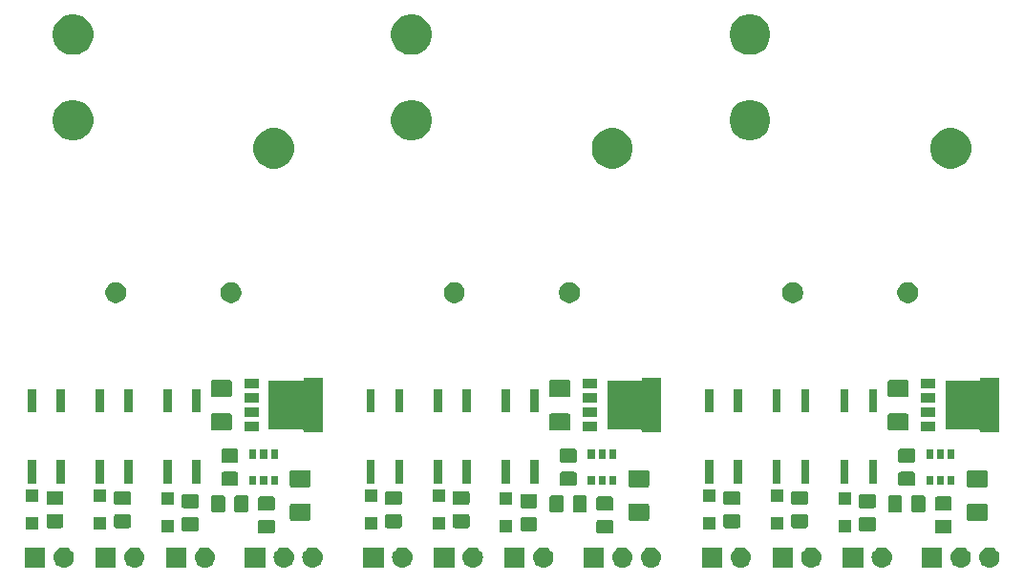
<source format=gts>
G04 #@! TF.GenerationSoftware,KiCad,Pcbnew,(5.1.4)-1*
G04 #@! TF.CreationDate,2021-09-06T11:03:46-04:00*
G04 #@! TF.ProjectId,relay_array,72656c61-795f-4617-9272-61792e6b6963,rev?*
G04 #@! TF.SameCoordinates,Original*
G04 #@! TF.FileFunction,Soldermask,Top*
G04 #@! TF.FilePolarity,Negative*
%FSLAX46Y46*%
G04 Gerber Fmt 4.6, Leading zero omitted, Abs format (unit mm)*
G04 Created by KiCad (PCBNEW (5.1.4)-1) date 2021-09-06 11:03:46*
%MOMM*%
%LPD*%
G04 APERTURE LIST*
%ADD10C,0.100000*%
G04 APERTURE END LIST*
D10*
G36*
X141151000Y-136901000D02*
G01*
X139349000Y-136901000D01*
X139349000Y-135099000D01*
X141151000Y-135099000D01*
X141151000Y-136901000D01*
X141151000Y-136901000D01*
G37*
G36*
X179150442Y-135105518D02*
G01*
X179216627Y-135112037D01*
X179386466Y-135163557D01*
X179542991Y-135247222D01*
X179578729Y-135276552D01*
X179680186Y-135359814D01*
X179763448Y-135461271D01*
X179792778Y-135497009D01*
X179876443Y-135653534D01*
X179927963Y-135823373D01*
X179945359Y-136000000D01*
X179927963Y-136176627D01*
X179876443Y-136346466D01*
X179792778Y-136502991D01*
X179763448Y-136538729D01*
X179680186Y-136640186D01*
X179578729Y-136723448D01*
X179542991Y-136752778D01*
X179386466Y-136836443D01*
X179216627Y-136887963D01*
X179150442Y-136894482D01*
X179084260Y-136901000D01*
X178995740Y-136901000D01*
X178929558Y-136894482D01*
X178863373Y-136887963D01*
X178693534Y-136836443D01*
X178537009Y-136752778D01*
X178501271Y-136723448D01*
X178399814Y-136640186D01*
X178316552Y-136538729D01*
X178287222Y-136502991D01*
X178203557Y-136346466D01*
X178152037Y-136176627D01*
X178134641Y-136000000D01*
X178152037Y-135823373D01*
X178203557Y-135653534D01*
X178287222Y-135497009D01*
X178316552Y-135461271D01*
X178399814Y-135359814D01*
X178501271Y-135276552D01*
X178537009Y-135247222D01*
X178693534Y-135163557D01*
X178863373Y-135112037D01*
X178929558Y-135105518D01*
X178995740Y-135099000D01*
X179084260Y-135099000D01*
X179150442Y-135105518D01*
X179150442Y-135105518D01*
G37*
G36*
X134901000Y-136901000D02*
G01*
X133099000Y-136901000D01*
X133099000Y-135099000D01*
X134901000Y-135099000D01*
X134901000Y-136901000D01*
X134901000Y-136901000D01*
G37*
G36*
X216150442Y-135105518D02*
G01*
X216216627Y-135112037D01*
X216386466Y-135163557D01*
X216542991Y-135247222D01*
X216578729Y-135276552D01*
X216680186Y-135359814D01*
X216763448Y-135461271D01*
X216792778Y-135497009D01*
X216876443Y-135653534D01*
X216927963Y-135823373D01*
X216945359Y-136000000D01*
X216927963Y-136176627D01*
X216876443Y-136346466D01*
X216792778Y-136502991D01*
X216763448Y-136538729D01*
X216680186Y-136640186D01*
X216578729Y-136723448D01*
X216542991Y-136752778D01*
X216386466Y-136836443D01*
X216216627Y-136887963D01*
X216150442Y-136894482D01*
X216084260Y-136901000D01*
X215995740Y-136901000D01*
X215929558Y-136894482D01*
X215863373Y-136887963D01*
X215693534Y-136836443D01*
X215537009Y-136752778D01*
X215501271Y-136723448D01*
X215399814Y-136640186D01*
X215316552Y-136538729D01*
X215287222Y-136502991D01*
X215203557Y-136346466D01*
X215152037Y-136176627D01*
X215134641Y-136000000D01*
X215152037Y-135823373D01*
X215203557Y-135653534D01*
X215287222Y-135497009D01*
X215316552Y-135461271D01*
X215399814Y-135359814D01*
X215501271Y-135276552D01*
X215537009Y-135247222D01*
X215693534Y-135163557D01*
X215863373Y-135112037D01*
X215929558Y-135105518D01*
X215995740Y-135099000D01*
X216084260Y-135099000D01*
X216150442Y-135105518D01*
X216150442Y-135105518D01*
G37*
G36*
X214401000Y-136901000D02*
G01*
X212599000Y-136901000D01*
X212599000Y-135099000D01*
X214401000Y-135099000D01*
X214401000Y-136901000D01*
X214401000Y-136901000D01*
G37*
G36*
X209150442Y-135105518D02*
G01*
X209216627Y-135112037D01*
X209386466Y-135163557D01*
X209542991Y-135247222D01*
X209578729Y-135276552D01*
X209680186Y-135359814D01*
X209763448Y-135461271D01*
X209792778Y-135497009D01*
X209876443Y-135653534D01*
X209927963Y-135823373D01*
X209945359Y-136000000D01*
X209927963Y-136176627D01*
X209876443Y-136346466D01*
X209792778Y-136502991D01*
X209763448Y-136538729D01*
X209680186Y-136640186D01*
X209578729Y-136723448D01*
X209542991Y-136752778D01*
X209386466Y-136836443D01*
X209216627Y-136887963D01*
X209150442Y-136894482D01*
X209084260Y-136901000D01*
X208995740Y-136901000D01*
X208929558Y-136894482D01*
X208863373Y-136887963D01*
X208693534Y-136836443D01*
X208537009Y-136752778D01*
X208501271Y-136723448D01*
X208399814Y-136640186D01*
X208316552Y-136538729D01*
X208287222Y-136502991D01*
X208203557Y-136346466D01*
X208152037Y-136176627D01*
X208134641Y-136000000D01*
X208152037Y-135823373D01*
X208203557Y-135653534D01*
X208287222Y-135497009D01*
X208316552Y-135461271D01*
X208399814Y-135359814D01*
X208501271Y-135276552D01*
X208537009Y-135247222D01*
X208693534Y-135163557D01*
X208863373Y-135112037D01*
X208929558Y-135105518D01*
X208995740Y-135099000D01*
X209084260Y-135099000D01*
X209150442Y-135105518D01*
X209150442Y-135105518D01*
G37*
G36*
X207401000Y-136901000D02*
G01*
X205599000Y-136901000D01*
X205599000Y-135099000D01*
X207401000Y-135099000D01*
X207401000Y-136901000D01*
X207401000Y-136901000D01*
G37*
G36*
X202900442Y-135105518D02*
G01*
X202966627Y-135112037D01*
X203136466Y-135163557D01*
X203292991Y-135247222D01*
X203328729Y-135276552D01*
X203430186Y-135359814D01*
X203513448Y-135461271D01*
X203542778Y-135497009D01*
X203626443Y-135653534D01*
X203677963Y-135823373D01*
X203695359Y-136000000D01*
X203677963Y-136176627D01*
X203626443Y-136346466D01*
X203542778Y-136502991D01*
X203513448Y-136538729D01*
X203430186Y-136640186D01*
X203328729Y-136723448D01*
X203292991Y-136752778D01*
X203136466Y-136836443D01*
X202966627Y-136887963D01*
X202900442Y-136894482D01*
X202834260Y-136901000D01*
X202745740Y-136901000D01*
X202679558Y-136894482D01*
X202613373Y-136887963D01*
X202443534Y-136836443D01*
X202287009Y-136752778D01*
X202251271Y-136723448D01*
X202149814Y-136640186D01*
X202066552Y-136538729D01*
X202037222Y-136502991D01*
X201953557Y-136346466D01*
X201902037Y-136176627D01*
X201884641Y-136000000D01*
X201902037Y-135823373D01*
X201953557Y-135653534D01*
X202037222Y-135497009D01*
X202066552Y-135461271D01*
X202149814Y-135359814D01*
X202251271Y-135276552D01*
X202287009Y-135247222D01*
X202443534Y-135163557D01*
X202613373Y-135112037D01*
X202679558Y-135105518D01*
X202745740Y-135099000D01*
X202834260Y-135099000D01*
X202900442Y-135105518D01*
X202900442Y-135105518D01*
G37*
G36*
X201151000Y-136901000D02*
G01*
X199349000Y-136901000D01*
X199349000Y-135099000D01*
X201151000Y-135099000D01*
X201151000Y-136901000D01*
X201151000Y-136901000D01*
G37*
G36*
X196650442Y-135105518D02*
G01*
X196716627Y-135112037D01*
X196886466Y-135163557D01*
X197042991Y-135247222D01*
X197078729Y-135276552D01*
X197180186Y-135359814D01*
X197263448Y-135461271D01*
X197292778Y-135497009D01*
X197376443Y-135653534D01*
X197427963Y-135823373D01*
X197445359Y-136000000D01*
X197427963Y-136176627D01*
X197376443Y-136346466D01*
X197292778Y-136502991D01*
X197263448Y-136538729D01*
X197180186Y-136640186D01*
X197078729Y-136723448D01*
X197042991Y-136752778D01*
X196886466Y-136836443D01*
X196716627Y-136887963D01*
X196650442Y-136894482D01*
X196584260Y-136901000D01*
X196495740Y-136901000D01*
X196429558Y-136894482D01*
X196363373Y-136887963D01*
X196193534Y-136836443D01*
X196037009Y-136752778D01*
X196001271Y-136723448D01*
X195899814Y-136640186D01*
X195816552Y-136538729D01*
X195787222Y-136502991D01*
X195703557Y-136346466D01*
X195652037Y-136176627D01*
X195634641Y-136000000D01*
X195652037Y-135823373D01*
X195703557Y-135653534D01*
X195787222Y-135497009D01*
X195816552Y-135461271D01*
X195899814Y-135359814D01*
X196001271Y-135276552D01*
X196037009Y-135247222D01*
X196193534Y-135163557D01*
X196363373Y-135112037D01*
X196429558Y-135105518D01*
X196495740Y-135099000D01*
X196584260Y-135099000D01*
X196650442Y-135105518D01*
X196650442Y-135105518D01*
G37*
G36*
X194901000Y-136901000D02*
G01*
X193099000Y-136901000D01*
X193099000Y-135099000D01*
X194901000Y-135099000D01*
X194901000Y-136901000D01*
X194901000Y-136901000D01*
G37*
G36*
X188690442Y-135105518D02*
G01*
X188756627Y-135112037D01*
X188926466Y-135163557D01*
X189082991Y-135247222D01*
X189118729Y-135276552D01*
X189220186Y-135359814D01*
X189303448Y-135461271D01*
X189332778Y-135497009D01*
X189416443Y-135653534D01*
X189467963Y-135823373D01*
X189485359Y-136000000D01*
X189467963Y-136176627D01*
X189416443Y-136346466D01*
X189332778Y-136502991D01*
X189303448Y-136538729D01*
X189220186Y-136640186D01*
X189118729Y-136723448D01*
X189082991Y-136752778D01*
X188926466Y-136836443D01*
X188756627Y-136887963D01*
X188690442Y-136894482D01*
X188624260Y-136901000D01*
X188535740Y-136901000D01*
X188469558Y-136894482D01*
X188403373Y-136887963D01*
X188233534Y-136836443D01*
X188077009Y-136752778D01*
X188041271Y-136723448D01*
X187939814Y-136640186D01*
X187856552Y-136538729D01*
X187827222Y-136502991D01*
X187743557Y-136346466D01*
X187692037Y-136176627D01*
X187674641Y-136000000D01*
X187692037Y-135823373D01*
X187743557Y-135653534D01*
X187827222Y-135497009D01*
X187856552Y-135461271D01*
X187939814Y-135359814D01*
X188041271Y-135276552D01*
X188077009Y-135247222D01*
X188233534Y-135163557D01*
X188403373Y-135112037D01*
X188469558Y-135105518D01*
X188535740Y-135099000D01*
X188624260Y-135099000D01*
X188690442Y-135105518D01*
X188690442Y-135105518D01*
G37*
G36*
X186150442Y-135105518D02*
G01*
X186216627Y-135112037D01*
X186386466Y-135163557D01*
X186542991Y-135247222D01*
X186578729Y-135276552D01*
X186680186Y-135359814D01*
X186763448Y-135461271D01*
X186792778Y-135497009D01*
X186876443Y-135653534D01*
X186927963Y-135823373D01*
X186945359Y-136000000D01*
X186927963Y-136176627D01*
X186876443Y-136346466D01*
X186792778Y-136502991D01*
X186763448Y-136538729D01*
X186680186Y-136640186D01*
X186578729Y-136723448D01*
X186542991Y-136752778D01*
X186386466Y-136836443D01*
X186216627Y-136887963D01*
X186150442Y-136894482D01*
X186084260Y-136901000D01*
X185995740Y-136901000D01*
X185929558Y-136894482D01*
X185863373Y-136887963D01*
X185693534Y-136836443D01*
X185537009Y-136752778D01*
X185501271Y-136723448D01*
X185399814Y-136640186D01*
X185316552Y-136538729D01*
X185287222Y-136502991D01*
X185203557Y-136346466D01*
X185152037Y-136176627D01*
X185134641Y-136000000D01*
X185152037Y-135823373D01*
X185203557Y-135653534D01*
X185287222Y-135497009D01*
X185316552Y-135461271D01*
X185399814Y-135359814D01*
X185501271Y-135276552D01*
X185537009Y-135247222D01*
X185693534Y-135163557D01*
X185863373Y-135112037D01*
X185929558Y-135105518D01*
X185995740Y-135099000D01*
X186084260Y-135099000D01*
X186150442Y-135105518D01*
X186150442Y-135105518D01*
G37*
G36*
X184401000Y-136901000D02*
G01*
X182599000Y-136901000D01*
X182599000Y-135099000D01*
X184401000Y-135099000D01*
X184401000Y-136901000D01*
X184401000Y-136901000D01*
G37*
G36*
X177401000Y-136901000D02*
G01*
X175599000Y-136901000D01*
X175599000Y-135099000D01*
X177401000Y-135099000D01*
X177401000Y-136901000D01*
X177401000Y-136901000D01*
G37*
G36*
X136650442Y-135105518D02*
G01*
X136716627Y-135112037D01*
X136886466Y-135163557D01*
X137042991Y-135247222D01*
X137078729Y-135276552D01*
X137180186Y-135359814D01*
X137263448Y-135461271D01*
X137292778Y-135497009D01*
X137376443Y-135653534D01*
X137427963Y-135823373D01*
X137445359Y-136000000D01*
X137427963Y-136176627D01*
X137376443Y-136346466D01*
X137292778Y-136502991D01*
X137263448Y-136538729D01*
X137180186Y-136640186D01*
X137078729Y-136723448D01*
X137042991Y-136752778D01*
X136886466Y-136836443D01*
X136716627Y-136887963D01*
X136650442Y-136894482D01*
X136584260Y-136901000D01*
X136495740Y-136901000D01*
X136429558Y-136894482D01*
X136363373Y-136887963D01*
X136193534Y-136836443D01*
X136037009Y-136752778D01*
X136001271Y-136723448D01*
X135899814Y-136640186D01*
X135816552Y-136538729D01*
X135787222Y-136502991D01*
X135703557Y-136346466D01*
X135652037Y-136176627D01*
X135634641Y-136000000D01*
X135652037Y-135823373D01*
X135703557Y-135653534D01*
X135787222Y-135497009D01*
X135816552Y-135461271D01*
X135899814Y-135359814D01*
X136001271Y-135276552D01*
X136037009Y-135247222D01*
X136193534Y-135163557D01*
X136363373Y-135112037D01*
X136429558Y-135105518D01*
X136495740Y-135099000D01*
X136584260Y-135099000D01*
X136650442Y-135105518D01*
X136650442Y-135105518D01*
G37*
G36*
X142900442Y-135105518D02*
G01*
X142966627Y-135112037D01*
X143136466Y-135163557D01*
X143292991Y-135247222D01*
X143328729Y-135276552D01*
X143430186Y-135359814D01*
X143513448Y-135461271D01*
X143542778Y-135497009D01*
X143626443Y-135653534D01*
X143677963Y-135823373D01*
X143695359Y-136000000D01*
X143677963Y-136176627D01*
X143626443Y-136346466D01*
X143542778Y-136502991D01*
X143513448Y-136538729D01*
X143430186Y-136640186D01*
X143328729Y-136723448D01*
X143292991Y-136752778D01*
X143136466Y-136836443D01*
X142966627Y-136887963D01*
X142900442Y-136894482D01*
X142834260Y-136901000D01*
X142745740Y-136901000D01*
X142679558Y-136894482D01*
X142613373Y-136887963D01*
X142443534Y-136836443D01*
X142287009Y-136752778D01*
X142251271Y-136723448D01*
X142149814Y-136640186D01*
X142066552Y-136538729D01*
X142037222Y-136502991D01*
X141953557Y-136346466D01*
X141902037Y-136176627D01*
X141884641Y-136000000D01*
X141902037Y-135823373D01*
X141953557Y-135653534D01*
X142037222Y-135497009D01*
X142066552Y-135461271D01*
X142149814Y-135359814D01*
X142251271Y-135276552D01*
X142287009Y-135247222D01*
X142443534Y-135163557D01*
X142613373Y-135112037D01*
X142679558Y-135105518D01*
X142745740Y-135099000D01*
X142834260Y-135099000D01*
X142900442Y-135105518D01*
X142900442Y-135105518D01*
G37*
G36*
X147401000Y-136901000D02*
G01*
X145599000Y-136901000D01*
X145599000Y-135099000D01*
X147401000Y-135099000D01*
X147401000Y-136901000D01*
X147401000Y-136901000D01*
G37*
G36*
X149150442Y-135105518D02*
G01*
X149216627Y-135112037D01*
X149386466Y-135163557D01*
X149542991Y-135247222D01*
X149578729Y-135276552D01*
X149680186Y-135359814D01*
X149763448Y-135461271D01*
X149792778Y-135497009D01*
X149876443Y-135653534D01*
X149927963Y-135823373D01*
X149945359Y-136000000D01*
X149927963Y-136176627D01*
X149876443Y-136346466D01*
X149792778Y-136502991D01*
X149763448Y-136538729D01*
X149680186Y-136640186D01*
X149578729Y-136723448D01*
X149542991Y-136752778D01*
X149386466Y-136836443D01*
X149216627Y-136887963D01*
X149150442Y-136894482D01*
X149084260Y-136901000D01*
X148995740Y-136901000D01*
X148929558Y-136894482D01*
X148863373Y-136887963D01*
X148693534Y-136836443D01*
X148537009Y-136752778D01*
X148501271Y-136723448D01*
X148399814Y-136640186D01*
X148316552Y-136538729D01*
X148287222Y-136502991D01*
X148203557Y-136346466D01*
X148152037Y-136176627D01*
X148134641Y-136000000D01*
X148152037Y-135823373D01*
X148203557Y-135653534D01*
X148287222Y-135497009D01*
X148316552Y-135461271D01*
X148399814Y-135359814D01*
X148501271Y-135276552D01*
X148537009Y-135247222D01*
X148693534Y-135163557D01*
X148863373Y-135112037D01*
X148929558Y-135105518D01*
X148995740Y-135099000D01*
X149084260Y-135099000D01*
X149150442Y-135105518D01*
X149150442Y-135105518D01*
G37*
G36*
X154401000Y-136901000D02*
G01*
X152599000Y-136901000D01*
X152599000Y-135099000D01*
X154401000Y-135099000D01*
X154401000Y-136901000D01*
X154401000Y-136901000D01*
G37*
G36*
X156150442Y-135105518D02*
G01*
X156216627Y-135112037D01*
X156386466Y-135163557D01*
X156542991Y-135247222D01*
X156578729Y-135276552D01*
X156680186Y-135359814D01*
X156763448Y-135461271D01*
X156792778Y-135497009D01*
X156876443Y-135653534D01*
X156927963Y-135823373D01*
X156945359Y-136000000D01*
X156927963Y-136176627D01*
X156876443Y-136346466D01*
X156792778Y-136502991D01*
X156763448Y-136538729D01*
X156680186Y-136640186D01*
X156578729Y-136723448D01*
X156542991Y-136752778D01*
X156386466Y-136836443D01*
X156216627Y-136887963D01*
X156150442Y-136894482D01*
X156084260Y-136901000D01*
X155995740Y-136901000D01*
X155929558Y-136894482D01*
X155863373Y-136887963D01*
X155693534Y-136836443D01*
X155537009Y-136752778D01*
X155501271Y-136723448D01*
X155399814Y-136640186D01*
X155316552Y-136538729D01*
X155287222Y-136502991D01*
X155203557Y-136346466D01*
X155152037Y-136176627D01*
X155134641Y-136000000D01*
X155152037Y-135823373D01*
X155203557Y-135653534D01*
X155287222Y-135497009D01*
X155316552Y-135461271D01*
X155399814Y-135359814D01*
X155501271Y-135276552D01*
X155537009Y-135247222D01*
X155693534Y-135163557D01*
X155863373Y-135112037D01*
X155929558Y-135105518D01*
X155995740Y-135099000D01*
X156084260Y-135099000D01*
X156150442Y-135105518D01*
X156150442Y-135105518D01*
G37*
G36*
X158690442Y-135105518D02*
G01*
X158756627Y-135112037D01*
X158926466Y-135163557D01*
X159082991Y-135247222D01*
X159118729Y-135276552D01*
X159220186Y-135359814D01*
X159303448Y-135461271D01*
X159332778Y-135497009D01*
X159416443Y-135653534D01*
X159467963Y-135823373D01*
X159485359Y-136000000D01*
X159467963Y-136176627D01*
X159416443Y-136346466D01*
X159332778Y-136502991D01*
X159303448Y-136538729D01*
X159220186Y-136640186D01*
X159118729Y-136723448D01*
X159082991Y-136752778D01*
X158926466Y-136836443D01*
X158756627Y-136887963D01*
X158690442Y-136894482D01*
X158624260Y-136901000D01*
X158535740Y-136901000D01*
X158469558Y-136894482D01*
X158403373Y-136887963D01*
X158233534Y-136836443D01*
X158077009Y-136752778D01*
X158041271Y-136723448D01*
X157939814Y-136640186D01*
X157856552Y-136538729D01*
X157827222Y-136502991D01*
X157743557Y-136346466D01*
X157692037Y-136176627D01*
X157674641Y-136000000D01*
X157692037Y-135823373D01*
X157743557Y-135653534D01*
X157827222Y-135497009D01*
X157856552Y-135461271D01*
X157939814Y-135359814D01*
X158041271Y-135276552D01*
X158077009Y-135247222D01*
X158233534Y-135163557D01*
X158403373Y-135112037D01*
X158469558Y-135105518D01*
X158535740Y-135099000D01*
X158624260Y-135099000D01*
X158690442Y-135105518D01*
X158690442Y-135105518D01*
G37*
G36*
X164901000Y-136901000D02*
G01*
X163099000Y-136901000D01*
X163099000Y-135099000D01*
X164901000Y-135099000D01*
X164901000Y-136901000D01*
X164901000Y-136901000D01*
G37*
G36*
X166650442Y-135105518D02*
G01*
X166716627Y-135112037D01*
X166886466Y-135163557D01*
X167042991Y-135247222D01*
X167078729Y-135276552D01*
X167180186Y-135359814D01*
X167263448Y-135461271D01*
X167292778Y-135497009D01*
X167376443Y-135653534D01*
X167427963Y-135823373D01*
X167445359Y-136000000D01*
X167427963Y-136176627D01*
X167376443Y-136346466D01*
X167292778Y-136502991D01*
X167263448Y-136538729D01*
X167180186Y-136640186D01*
X167078729Y-136723448D01*
X167042991Y-136752778D01*
X166886466Y-136836443D01*
X166716627Y-136887963D01*
X166650442Y-136894482D01*
X166584260Y-136901000D01*
X166495740Y-136901000D01*
X166429558Y-136894482D01*
X166363373Y-136887963D01*
X166193534Y-136836443D01*
X166037009Y-136752778D01*
X166001271Y-136723448D01*
X165899814Y-136640186D01*
X165816552Y-136538729D01*
X165787222Y-136502991D01*
X165703557Y-136346466D01*
X165652037Y-136176627D01*
X165634641Y-136000000D01*
X165652037Y-135823373D01*
X165703557Y-135653534D01*
X165787222Y-135497009D01*
X165816552Y-135461271D01*
X165899814Y-135359814D01*
X166001271Y-135276552D01*
X166037009Y-135247222D01*
X166193534Y-135163557D01*
X166363373Y-135112037D01*
X166429558Y-135105518D01*
X166495740Y-135099000D01*
X166584260Y-135099000D01*
X166650442Y-135105518D01*
X166650442Y-135105518D01*
G37*
G36*
X171151000Y-136901000D02*
G01*
X169349000Y-136901000D01*
X169349000Y-135099000D01*
X171151000Y-135099000D01*
X171151000Y-136901000D01*
X171151000Y-136901000D01*
G37*
G36*
X218690442Y-135105518D02*
G01*
X218756627Y-135112037D01*
X218926466Y-135163557D01*
X219082991Y-135247222D01*
X219118729Y-135276552D01*
X219220186Y-135359814D01*
X219303448Y-135461271D01*
X219332778Y-135497009D01*
X219416443Y-135653534D01*
X219467963Y-135823373D01*
X219485359Y-136000000D01*
X219467963Y-136176627D01*
X219416443Y-136346466D01*
X219332778Y-136502991D01*
X219303448Y-136538729D01*
X219220186Y-136640186D01*
X219118729Y-136723448D01*
X219082991Y-136752778D01*
X218926466Y-136836443D01*
X218756627Y-136887963D01*
X218690442Y-136894482D01*
X218624260Y-136901000D01*
X218535740Y-136901000D01*
X218469558Y-136894482D01*
X218403373Y-136887963D01*
X218233534Y-136836443D01*
X218077009Y-136752778D01*
X218041271Y-136723448D01*
X217939814Y-136640186D01*
X217856552Y-136538729D01*
X217827222Y-136502991D01*
X217743557Y-136346466D01*
X217692037Y-136176627D01*
X217674641Y-136000000D01*
X217692037Y-135823373D01*
X217743557Y-135653534D01*
X217827222Y-135497009D01*
X217856552Y-135461271D01*
X217939814Y-135359814D01*
X218041271Y-135276552D01*
X218077009Y-135247222D01*
X218233534Y-135163557D01*
X218403373Y-135112037D01*
X218469558Y-135105518D01*
X218535740Y-135099000D01*
X218624260Y-135099000D01*
X218690442Y-135105518D01*
X218690442Y-135105518D01*
G37*
G36*
X172900442Y-135105518D02*
G01*
X172966627Y-135112037D01*
X173136466Y-135163557D01*
X173292991Y-135247222D01*
X173328729Y-135276552D01*
X173430186Y-135359814D01*
X173513448Y-135461271D01*
X173542778Y-135497009D01*
X173626443Y-135653534D01*
X173677963Y-135823373D01*
X173695359Y-136000000D01*
X173677963Y-136176627D01*
X173626443Y-136346466D01*
X173542778Y-136502991D01*
X173513448Y-136538729D01*
X173430186Y-136640186D01*
X173328729Y-136723448D01*
X173292991Y-136752778D01*
X173136466Y-136836443D01*
X172966627Y-136887963D01*
X172900442Y-136894482D01*
X172834260Y-136901000D01*
X172745740Y-136901000D01*
X172679558Y-136894482D01*
X172613373Y-136887963D01*
X172443534Y-136836443D01*
X172287009Y-136752778D01*
X172251271Y-136723448D01*
X172149814Y-136640186D01*
X172066552Y-136538729D01*
X172037222Y-136502991D01*
X171953557Y-136346466D01*
X171902037Y-136176627D01*
X171884641Y-136000000D01*
X171902037Y-135823373D01*
X171953557Y-135653534D01*
X172037222Y-135497009D01*
X172066552Y-135461271D01*
X172149814Y-135359814D01*
X172251271Y-135276552D01*
X172287009Y-135247222D01*
X172443534Y-135163557D01*
X172613373Y-135112037D01*
X172679558Y-135105518D01*
X172745740Y-135099000D01*
X172834260Y-135099000D01*
X172900442Y-135105518D01*
X172900442Y-135105518D01*
G37*
G36*
X155088674Y-132653465D02*
G01*
X155126367Y-132664899D01*
X155161103Y-132683466D01*
X155191548Y-132708452D01*
X155216534Y-132738897D01*
X155235101Y-132773633D01*
X155246535Y-132811326D01*
X155251000Y-132856661D01*
X155251000Y-133693339D01*
X155246535Y-133738674D01*
X155235101Y-133776367D01*
X155216534Y-133811103D01*
X155191548Y-133841548D01*
X155161103Y-133866534D01*
X155126367Y-133885101D01*
X155088674Y-133896535D01*
X155043339Y-133901000D01*
X153956661Y-133901000D01*
X153911326Y-133896535D01*
X153873633Y-133885101D01*
X153838897Y-133866534D01*
X153808452Y-133841548D01*
X153783466Y-133811103D01*
X153764899Y-133776367D01*
X153753465Y-133738674D01*
X153749000Y-133693339D01*
X153749000Y-132856661D01*
X153753465Y-132811326D01*
X153764899Y-132773633D01*
X153783466Y-132738897D01*
X153808452Y-132708452D01*
X153838897Y-132683466D01*
X153873633Y-132664899D01*
X153911326Y-132653465D01*
X153956661Y-132649000D01*
X155043339Y-132649000D01*
X155088674Y-132653465D01*
X155088674Y-132653465D01*
G37*
G36*
X215088674Y-132653465D02*
G01*
X215126367Y-132664899D01*
X215161103Y-132683466D01*
X215191548Y-132708452D01*
X215216534Y-132738897D01*
X215235101Y-132773633D01*
X215246535Y-132811326D01*
X215251000Y-132856661D01*
X215251000Y-133693339D01*
X215246535Y-133738674D01*
X215235101Y-133776367D01*
X215216534Y-133811103D01*
X215191548Y-133841548D01*
X215161103Y-133866534D01*
X215126367Y-133885101D01*
X215088674Y-133896535D01*
X215043339Y-133901000D01*
X213956661Y-133901000D01*
X213911326Y-133896535D01*
X213873633Y-133885101D01*
X213838897Y-133866534D01*
X213808452Y-133841548D01*
X213783466Y-133811103D01*
X213764899Y-133776367D01*
X213753465Y-133738674D01*
X213749000Y-133693339D01*
X213749000Y-132856661D01*
X213753465Y-132811326D01*
X213764899Y-132773633D01*
X213783466Y-132738897D01*
X213808452Y-132708452D01*
X213838897Y-132683466D01*
X213873633Y-132664899D01*
X213911326Y-132653465D01*
X213956661Y-132649000D01*
X215043339Y-132649000D01*
X215088674Y-132653465D01*
X215088674Y-132653465D01*
G37*
G36*
X185088674Y-132653465D02*
G01*
X185126367Y-132664899D01*
X185161103Y-132683466D01*
X185191548Y-132708452D01*
X185216534Y-132738897D01*
X185235101Y-132773633D01*
X185246535Y-132811326D01*
X185251000Y-132856661D01*
X185251000Y-133693339D01*
X185246535Y-133738674D01*
X185235101Y-133776367D01*
X185216534Y-133811103D01*
X185191548Y-133841548D01*
X185161103Y-133866534D01*
X185126367Y-133885101D01*
X185088674Y-133896535D01*
X185043339Y-133901000D01*
X183956661Y-133901000D01*
X183911326Y-133896535D01*
X183873633Y-133885101D01*
X183838897Y-133866534D01*
X183808452Y-133841548D01*
X183783466Y-133811103D01*
X183764899Y-133776367D01*
X183753465Y-133738674D01*
X183749000Y-133693339D01*
X183749000Y-132856661D01*
X183753465Y-132811326D01*
X183764899Y-132773633D01*
X183783466Y-132738897D01*
X183808452Y-132708452D01*
X183838897Y-132683466D01*
X183873633Y-132664899D01*
X183911326Y-132653465D01*
X183956661Y-132649000D01*
X185043339Y-132649000D01*
X185088674Y-132653465D01*
X185088674Y-132653465D01*
G37*
G36*
X176301000Y-133801000D02*
G01*
X175199000Y-133801000D01*
X175199000Y-132699000D01*
X176301000Y-132699000D01*
X176301000Y-133801000D01*
X176301000Y-133801000D01*
G37*
G36*
X206301000Y-133801000D02*
G01*
X205199000Y-133801000D01*
X205199000Y-132699000D01*
X206301000Y-132699000D01*
X206301000Y-133801000D01*
X206301000Y-133801000D01*
G37*
G36*
X146301000Y-133801000D02*
G01*
X145199000Y-133801000D01*
X145199000Y-132699000D01*
X146301000Y-132699000D01*
X146301000Y-133801000D01*
X146301000Y-133801000D01*
G37*
G36*
X178338674Y-132428465D02*
G01*
X178376367Y-132439899D01*
X178411103Y-132458466D01*
X178441548Y-132483452D01*
X178466534Y-132513897D01*
X178485101Y-132548633D01*
X178496535Y-132586326D01*
X178501000Y-132631661D01*
X178501000Y-133468339D01*
X178496535Y-133513674D01*
X178485101Y-133551367D01*
X178466534Y-133586103D01*
X178441548Y-133616548D01*
X178411103Y-133641534D01*
X178376367Y-133660101D01*
X178338674Y-133671535D01*
X178293339Y-133676000D01*
X177206661Y-133676000D01*
X177161326Y-133671535D01*
X177123633Y-133660101D01*
X177088897Y-133641534D01*
X177058452Y-133616548D01*
X177033466Y-133586103D01*
X177014899Y-133551367D01*
X177003465Y-133513674D01*
X176999000Y-133468339D01*
X176999000Y-132631661D01*
X177003465Y-132586326D01*
X177014899Y-132548633D01*
X177033466Y-132513897D01*
X177058452Y-132483452D01*
X177088897Y-132458466D01*
X177123633Y-132439899D01*
X177161326Y-132428465D01*
X177206661Y-132424000D01*
X178293339Y-132424000D01*
X178338674Y-132428465D01*
X178338674Y-132428465D01*
G37*
G36*
X208338674Y-132428465D02*
G01*
X208376367Y-132439899D01*
X208411103Y-132458466D01*
X208441548Y-132483452D01*
X208466534Y-132513897D01*
X208485101Y-132548633D01*
X208496535Y-132586326D01*
X208501000Y-132631661D01*
X208501000Y-133468339D01*
X208496535Y-133513674D01*
X208485101Y-133551367D01*
X208466534Y-133586103D01*
X208441548Y-133616548D01*
X208411103Y-133641534D01*
X208376367Y-133660101D01*
X208338674Y-133671535D01*
X208293339Y-133676000D01*
X207206661Y-133676000D01*
X207161326Y-133671535D01*
X207123633Y-133660101D01*
X207088897Y-133641534D01*
X207058452Y-133616548D01*
X207033466Y-133586103D01*
X207014899Y-133551367D01*
X207003465Y-133513674D01*
X206999000Y-133468339D01*
X206999000Y-132631661D01*
X207003465Y-132586326D01*
X207014899Y-132548633D01*
X207033466Y-132513897D01*
X207058452Y-132483452D01*
X207088897Y-132458466D01*
X207123633Y-132439899D01*
X207161326Y-132428465D01*
X207206661Y-132424000D01*
X208293339Y-132424000D01*
X208338674Y-132428465D01*
X208338674Y-132428465D01*
G37*
G36*
X148338674Y-132428465D02*
G01*
X148376367Y-132439899D01*
X148411103Y-132458466D01*
X148441548Y-132483452D01*
X148466534Y-132513897D01*
X148485101Y-132548633D01*
X148496535Y-132586326D01*
X148501000Y-132631661D01*
X148501000Y-133468339D01*
X148496535Y-133513674D01*
X148485101Y-133551367D01*
X148466534Y-133586103D01*
X148441548Y-133616548D01*
X148411103Y-133641534D01*
X148376367Y-133660101D01*
X148338674Y-133671535D01*
X148293339Y-133676000D01*
X147206661Y-133676000D01*
X147161326Y-133671535D01*
X147123633Y-133660101D01*
X147088897Y-133641534D01*
X147058452Y-133616548D01*
X147033466Y-133586103D01*
X147014899Y-133551367D01*
X147003465Y-133513674D01*
X146999000Y-133468339D01*
X146999000Y-132631661D01*
X147003465Y-132586326D01*
X147014899Y-132548633D01*
X147033466Y-132513897D01*
X147058452Y-132483452D01*
X147088897Y-132458466D01*
X147123633Y-132439899D01*
X147161326Y-132428465D01*
X147206661Y-132424000D01*
X148293339Y-132424000D01*
X148338674Y-132428465D01*
X148338674Y-132428465D01*
G37*
G36*
X140301000Y-133551000D02*
G01*
X139199000Y-133551000D01*
X139199000Y-132449000D01*
X140301000Y-132449000D01*
X140301000Y-133551000D01*
X140301000Y-133551000D01*
G37*
G36*
X134301000Y-133551000D02*
G01*
X133199000Y-133551000D01*
X133199000Y-132449000D01*
X134301000Y-132449000D01*
X134301000Y-133551000D01*
X134301000Y-133551000D01*
G37*
G36*
X194301000Y-133551000D02*
G01*
X193199000Y-133551000D01*
X193199000Y-132449000D01*
X194301000Y-132449000D01*
X194301000Y-133551000D01*
X194301000Y-133551000D01*
G37*
G36*
X200301000Y-133551000D02*
G01*
X199199000Y-133551000D01*
X199199000Y-132449000D01*
X200301000Y-132449000D01*
X200301000Y-133551000D01*
X200301000Y-133551000D01*
G37*
G36*
X170301000Y-133551000D02*
G01*
X169199000Y-133551000D01*
X169199000Y-132449000D01*
X170301000Y-132449000D01*
X170301000Y-133551000D01*
X170301000Y-133551000D01*
G37*
G36*
X164301000Y-133551000D02*
G01*
X163199000Y-133551000D01*
X163199000Y-132449000D01*
X164301000Y-132449000D01*
X164301000Y-133551000D01*
X164301000Y-133551000D01*
G37*
G36*
X136338674Y-132153465D02*
G01*
X136376367Y-132164899D01*
X136411103Y-132183466D01*
X136441548Y-132208452D01*
X136466534Y-132238897D01*
X136485101Y-132273633D01*
X136496535Y-132311326D01*
X136501000Y-132356661D01*
X136501000Y-133193339D01*
X136496535Y-133238674D01*
X136485101Y-133276367D01*
X136466534Y-133311103D01*
X136441548Y-133341548D01*
X136411103Y-133366534D01*
X136376367Y-133385101D01*
X136338674Y-133396535D01*
X136293339Y-133401000D01*
X135206661Y-133401000D01*
X135161326Y-133396535D01*
X135123633Y-133385101D01*
X135088897Y-133366534D01*
X135058452Y-133341548D01*
X135033466Y-133311103D01*
X135014899Y-133276367D01*
X135003465Y-133238674D01*
X134999000Y-133193339D01*
X134999000Y-132356661D01*
X135003465Y-132311326D01*
X135014899Y-132273633D01*
X135033466Y-132238897D01*
X135058452Y-132208452D01*
X135088897Y-132183466D01*
X135123633Y-132164899D01*
X135161326Y-132153465D01*
X135206661Y-132149000D01*
X136293339Y-132149000D01*
X136338674Y-132153465D01*
X136338674Y-132153465D01*
G37*
G36*
X166338674Y-132153465D02*
G01*
X166376367Y-132164899D01*
X166411103Y-132183466D01*
X166441548Y-132208452D01*
X166466534Y-132238897D01*
X166485101Y-132273633D01*
X166496535Y-132311326D01*
X166501000Y-132356661D01*
X166501000Y-133193339D01*
X166496535Y-133238674D01*
X166485101Y-133276367D01*
X166466534Y-133311103D01*
X166441548Y-133341548D01*
X166411103Y-133366534D01*
X166376367Y-133385101D01*
X166338674Y-133396535D01*
X166293339Y-133401000D01*
X165206661Y-133401000D01*
X165161326Y-133396535D01*
X165123633Y-133385101D01*
X165088897Y-133366534D01*
X165058452Y-133341548D01*
X165033466Y-133311103D01*
X165014899Y-133276367D01*
X165003465Y-133238674D01*
X164999000Y-133193339D01*
X164999000Y-132356661D01*
X165003465Y-132311326D01*
X165014899Y-132273633D01*
X165033466Y-132238897D01*
X165058452Y-132208452D01*
X165088897Y-132183466D01*
X165123633Y-132164899D01*
X165161326Y-132153465D01*
X165206661Y-132149000D01*
X166293339Y-132149000D01*
X166338674Y-132153465D01*
X166338674Y-132153465D01*
G37*
G36*
X202338674Y-132153465D02*
G01*
X202376367Y-132164899D01*
X202411103Y-132183466D01*
X202441548Y-132208452D01*
X202466534Y-132238897D01*
X202485101Y-132273633D01*
X202496535Y-132311326D01*
X202501000Y-132356661D01*
X202501000Y-133193339D01*
X202496535Y-133238674D01*
X202485101Y-133276367D01*
X202466534Y-133311103D01*
X202441548Y-133341548D01*
X202411103Y-133366534D01*
X202376367Y-133385101D01*
X202338674Y-133396535D01*
X202293339Y-133401000D01*
X201206661Y-133401000D01*
X201161326Y-133396535D01*
X201123633Y-133385101D01*
X201088897Y-133366534D01*
X201058452Y-133341548D01*
X201033466Y-133311103D01*
X201014899Y-133276367D01*
X201003465Y-133238674D01*
X200999000Y-133193339D01*
X200999000Y-132356661D01*
X201003465Y-132311326D01*
X201014899Y-132273633D01*
X201033466Y-132238897D01*
X201058452Y-132208452D01*
X201088897Y-132183466D01*
X201123633Y-132164899D01*
X201161326Y-132153465D01*
X201206661Y-132149000D01*
X202293339Y-132149000D01*
X202338674Y-132153465D01*
X202338674Y-132153465D01*
G37*
G36*
X196338674Y-132153465D02*
G01*
X196376367Y-132164899D01*
X196411103Y-132183466D01*
X196441548Y-132208452D01*
X196466534Y-132238897D01*
X196485101Y-132273633D01*
X196496535Y-132311326D01*
X196501000Y-132356661D01*
X196501000Y-133193339D01*
X196496535Y-133238674D01*
X196485101Y-133276367D01*
X196466534Y-133311103D01*
X196441548Y-133341548D01*
X196411103Y-133366534D01*
X196376367Y-133385101D01*
X196338674Y-133396535D01*
X196293339Y-133401000D01*
X195206661Y-133401000D01*
X195161326Y-133396535D01*
X195123633Y-133385101D01*
X195088897Y-133366534D01*
X195058452Y-133341548D01*
X195033466Y-133311103D01*
X195014899Y-133276367D01*
X195003465Y-133238674D01*
X194999000Y-133193339D01*
X194999000Y-132356661D01*
X195003465Y-132311326D01*
X195014899Y-132273633D01*
X195033466Y-132238897D01*
X195058452Y-132208452D01*
X195088897Y-132183466D01*
X195123633Y-132164899D01*
X195161326Y-132153465D01*
X195206661Y-132149000D01*
X196293339Y-132149000D01*
X196338674Y-132153465D01*
X196338674Y-132153465D01*
G37*
G36*
X142338674Y-132153465D02*
G01*
X142376367Y-132164899D01*
X142411103Y-132183466D01*
X142441548Y-132208452D01*
X142466534Y-132238897D01*
X142485101Y-132273633D01*
X142496535Y-132311326D01*
X142501000Y-132356661D01*
X142501000Y-133193339D01*
X142496535Y-133238674D01*
X142485101Y-133276367D01*
X142466534Y-133311103D01*
X142441548Y-133341548D01*
X142411103Y-133366534D01*
X142376367Y-133385101D01*
X142338674Y-133396535D01*
X142293339Y-133401000D01*
X141206661Y-133401000D01*
X141161326Y-133396535D01*
X141123633Y-133385101D01*
X141088897Y-133366534D01*
X141058452Y-133341548D01*
X141033466Y-133311103D01*
X141014899Y-133276367D01*
X141003465Y-133238674D01*
X140999000Y-133193339D01*
X140999000Y-132356661D01*
X141003465Y-132311326D01*
X141014899Y-132273633D01*
X141033466Y-132238897D01*
X141058452Y-132208452D01*
X141088897Y-132183466D01*
X141123633Y-132164899D01*
X141161326Y-132153465D01*
X141206661Y-132149000D01*
X142293339Y-132149000D01*
X142338674Y-132153465D01*
X142338674Y-132153465D01*
G37*
G36*
X172338674Y-132153465D02*
G01*
X172376367Y-132164899D01*
X172411103Y-132183466D01*
X172441548Y-132208452D01*
X172466534Y-132238897D01*
X172485101Y-132273633D01*
X172496535Y-132311326D01*
X172501000Y-132356661D01*
X172501000Y-133193339D01*
X172496535Y-133238674D01*
X172485101Y-133276367D01*
X172466534Y-133311103D01*
X172441548Y-133341548D01*
X172411103Y-133366534D01*
X172376367Y-133385101D01*
X172338674Y-133396535D01*
X172293339Y-133401000D01*
X171206661Y-133401000D01*
X171161326Y-133396535D01*
X171123633Y-133385101D01*
X171088897Y-133366534D01*
X171058452Y-133341548D01*
X171033466Y-133311103D01*
X171014899Y-133276367D01*
X171003465Y-133238674D01*
X170999000Y-133193339D01*
X170999000Y-132356661D01*
X171003465Y-132311326D01*
X171014899Y-132273633D01*
X171033466Y-132238897D01*
X171058452Y-132208452D01*
X171088897Y-132183466D01*
X171123633Y-132164899D01*
X171161326Y-132153465D01*
X171206661Y-132149000D01*
X172293339Y-132149000D01*
X172338674Y-132153465D01*
X172338674Y-132153465D01*
G37*
G36*
X158275562Y-131228181D02*
G01*
X158310481Y-131238774D01*
X158342663Y-131255976D01*
X158370873Y-131279127D01*
X158394024Y-131307337D01*
X158411226Y-131339519D01*
X158421819Y-131374438D01*
X158426000Y-131416895D01*
X158426000Y-132558105D01*
X158421819Y-132600562D01*
X158411226Y-132635481D01*
X158394024Y-132667663D01*
X158370873Y-132695873D01*
X158342663Y-132719024D01*
X158310481Y-132736226D01*
X158275562Y-132746819D01*
X158233105Y-132751000D01*
X156766895Y-132751000D01*
X156724438Y-132746819D01*
X156689519Y-132736226D01*
X156657337Y-132719024D01*
X156629127Y-132695873D01*
X156605976Y-132667663D01*
X156588774Y-132635481D01*
X156578181Y-132600562D01*
X156574000Y-132558105D01*
X156574000Y-131416895D01*
X156578181Y-131374438D01*
X156588774Y-131339519D01*
X156605976Y-131307337D01*
X156629127Y-131279127D01*
X156657337Y-131255976D01*
X156689519Y-131238774D01*
X156724438Y-131228181D01*
X156766895Y-131224000D01*
X158233105Y-131224000D01*
X158275562Y-131228181D01*
X158275562Y-131228181D01*
G37*
G36*
X188275562Y-131228181D02*
G01*
X188310481Y-131238774D01*
X188342663Y-131255976D01*
X188370873Y-131279127D01*
X188394024Y-131307337D01*
X188411226Y-131339519D01*
X188421819Y-131374438D01*
X188426000Y-131416895D01*
X188426000Y-132558105D01*
X188421819Y-132600562D01*
X188411226Y-132635481D01*
X188394024Y-132667663D01*
X188370873Y-132695873D01*
X188342663Y-132719024D01*
X188310481Y-132736226D01*
X188275562Y-132746819D01*
X188233105Y-132751000D01*
X186766895Y-132751000D01*
X186724438Y-132746819D01*
X186689519Y-132736226D01*
X186657337Y-132719024D01*
X186629127Y-132695873D01*
X186605976Y-132667663D01*
X186588774Y-132635481D01*
X186578181Y-132600562D01*
X186574000Y-132558105D01*
X186574000Y-131416895D01*
X186578181Y-131374438D01*
X186588774Y-131339519D01*
X186605976Y-131307337D01*
X186629127Y-131279127D01*
X186657337Y-131255976D01*
X186689519Y-131238774D01*
X186724438Y-131228181D01*
X186766895Y-131224000D01*
X188233105Y-131224000D01*
X188275562Y-131228181D01*
X188275562Y-131228181D01*
G37*
G36*
X218275562Y-131228181D02*
G01*
X218310481Y-131238774D01*
X218342663Y-131255976D01*
X218370873Y-131279127D01*
X218394024Y-131307337D01*
X218411226Y-131339519D01*
X218421819Y-131374438D01*
X218426000Y-131416895D01*
X218426000Y-132558105D01*
X218421819Y-132600562D01*
X218411226Y-132635481D01*
X218394024Y-132667663D01*
X218370873Y-132695873D01*
X218342663Y-132719024D01*
X218310481Y-132736226D01*
X218275562Y-132746819D01*
X218233105Y-132751000D01*
X216766895Y-132751000D01*
X216724438Y-132746819D01*
X216689519Y-132736226D01*
X216657337Y-132719024D01*
X216629127Y-132695873D01*
X216605976Y-132667663D01*
X216588774Y-132635481D01*
X216578181Y-132600562D01*
X216574000Y-132558105D01*
X216574000Y-131416895D01*
X216578181Y-131374438D01*
X216588774Y-131339519D01*
X216605976Y-131307337D01*
X216629127Y-131279127D01*
X216657337Y-131255976D01*
X216689519Y-131238774D01*
X216724438Y-131228181D01*
X216766895Y-131224000D01*
X218233105Y-131224000D01*
X218275562Y-131228181D01*
X218275562Y-131228181D01*
G37*
G36*
X182738674Y-130503465D02*
G01*
X182776367Y-130514899D01*
X182811103Y-130533466D01*
X182841548Y-130558452D01*
X182866534Y-130588897D01*
X182885101Y-130623633D01*
X182896535Y-130661326D01*
X182901000Y-130706661D01*
X182901000Y-131793339D01*
X182896535Y-131838674D01*
X182885101Y-131876367D01*
X182866534Y-131911103D01*
X182841548Y-131941548D01*
X182811103Y-131966534D01*
X182776367Y-131985101D01*
X182738674Y-131996535D01*
X182693339Y-132001000D01*
X181856661Y-132001000D01*
X181811326Y-131996535D01*
X181773633Y-131985101D01*
X181738897Y-131966534D01*
X181708452Y-131941548D01*
X181683466Y-131911103D01*
X181664899Y-131876367D01*
X181653465Y-131838674D01*
X181649000Y-131793339D01*
X181649000Y-130706661D01*
X181653465Y-130661326D01*
X181664899Y-130623633D01*
X181683466Y-130588897D01*
X181708452Y-130558452D01*
X181738897Y-130533466D01*
X181773633Y-130514899D01*
X181811326Y-130503465D01*
X181856661Y-130499000D01*
X182693339Y-130499000D01*
X182738674Y-130503465D01*
X182738674Y-130503465D01*
G37*
G36*
X180688674Y-130503465D02*
G01*
X180726367Y-130514899D01*
X180761103Y-130533466D01*
X180791548Y-130558452D01*
X180816534Y-130588897D01*
X180835101Y-130623633D01*
X180846535Y-130661326D01*
X180851000Y-130706661D01*
X180851000Y-131793339D01*
X180846535Y-131838674D01*
X180835101Y-131876367D01*
X180816534Y-131911103D01*
X180791548Y-131941548D01*
X180761103Y-131966534D01*
X180726367Y-131985101D01*
X180688674Y-131996535D01*
X180643339Y-132001000D01*
X179806661Y-132001000D01*
X179761326Y-131996535D01*
X179723633Y-131985101D01*
X179688897Y-131966534D01*
X179658452Y-131941548D01*
X179633466Y-131911103D01*
X179614899Y-131876367D01*
X179603465Y-131838674D01*
X179599000Y-131793339D01*
X179599000Y-130706661D01*
X179603465Y-130661326D01*
X179614899Y-130623633D01*
X179633466Y-130588897D01*
X179658452Y-130558452D01*
X179688897Y-130533466D01*
X179723633Y-130514899D01*
X179761326Y-130503465D01*
X179806661Y-130499000D01*
X180643339Y-130499000D01*
X180688674Y-130503465D01*
X180688674Y-130503465D01*
G37*
G36*
X150688674Y-130503465D02*
G01*
X150726367Y-130514899D01*
X150761103Y-130533466D01*
X150791548Y-130558452D01*
X150816534Y-130588897D01*
X150835101Y-130623633D01*
X150846535Y-130661326D01*
X150851000Y-130706661D01*
X150851000Y-131793339D01*
X150846535Y-131838674D01*
X150835101Y-131876367D01*
X150816534Y-131911103D01*
X150791548Y-131941548D01*
X150761103Y-131966534D01*
X150726367Y-131985101D01*
X150688674Y-131996535D01*
X150643339Y-132001000D01*
X149806661Y-132001000D01*
X149761326Y-131996535D01*
X149723633Y-131985101D01*
X149688897Y-131966534D01*
X149658452Y-131941548D01*
X149633466Y-131911103D01*
X149614899Y-131876367D01*
X149603465Y-131838674D01*
X149599000Y-131793339D01*
X149599000Y-130706661D01*
X149603465Y-130661326D01*
X149614899Y-130623633D01*
X149633466Y-130588897D01*
X149658452Y-130558452D01*
X149688897Y-130533466D01*
X149723633Y-130514899D01*
X149761326Y-130503465D01*
X149806661Y-130499000D01*
X150643339Y-130499000D01*
X150688674Y-130503465D01*
X150688674Y-130503465D01*
G37*
G36*
X210688674Y-130503465D02*
G01*
X210726367Y-130514899D01*
X210761103Y-130533466D01*
X210791548Y-130558452D01*
X210816534Y-130588897D01*
X210835101Y-130623633D01*
X210846535Y-130661326D01*
X210851000Y-130706661D01*
X210851000Y-131793339D01*
X210846535Y-131838674D01*
X210835101Y-131876367D01*
X210816534Y-131911103D01*
X210791548Y-131941548D01*
X210761103Y-131966534D01*
X210726367Y-131985101D01*
X210688674Y-131996535D01*
X210643339Y-132001000D01*
X209806661Y-132001000D01*
X209761326Y-131996535D01*
X209723633Y-131985101D01*
X209688897Y-131966534D01*
X209658452Y-131941548D01*
X209633466Y-131911103D01*
X209614899Y-131876367D01*
X209603465Y-131838674D01*
X209599000Y-131793339D01*
X209599000Y-130706661D01*
X209603465Y-130661326D01*
X209614899Y-130623633D01*
X209633466Y-130588897D01*
X209658452Y-130558452D01*
X209688897Y-130533466D01*
X209723633Y-130514899D01*
X209761326Y-130503465D01*
X209806661Y-130499000D01*
X210643339Y-130499000D01*
X210688674Y-130503465D01*
X210688674Y-130503465D01*
G37*
G36*
X212738674Y-130503465D02*
G01*
X212776367Y-130514899D01*
X212811103Y-130533466D01*
X212841548Y-130558452D01*
X212866534Y-130588897D01*
X212885101Y-130623633D01*
X212896535Y-130661326D01*
X212901000Y-130706661D01*
X212901000Y-131793339D01*
X212896535Y-131838674D01*
X212885101Y-131876367D01*
X212866534Y-131911103D01*
X212841548Y-131941548D01*
X212811103Y-131966534D01*
X212776367Y-131985101D01*
X212738674Y-131996535D01*
X212693339Y-132001000D01*
X211856661Y-132001000D01*
X211811326Y-131996535D01*
X211773633Y-131985101D01*
X211738897Y-131966534D01*
X211708452Y-131941548D01*
X211683466Y-131911103D01*
X211664899Y-131876367D01*
X211653465Y-131838674D01*
X211649000Y-131793339D01*
X211649000Y-130706661D01*
X211653465Y-130661326D01*
X211664899Y-130623633D01*
X211683466Y-130588897D01*
X211708452Y-130558452D01*
X211738897Y-130533466D01*
X211773633Y-130514899D01*
X211811326Y-130503465D01*
X211856661Y-130499000D01*
X212693339Y-130499000D01*
X212738674Y-130503465D01*
X212738674Y-130503465D01*
G37*
G36*
X152738674Y-130503465D02*
G01*
X152776367Y-130514899D01*
X152811103Y-130533466D01*
X152841548Y-130558452D01*
X152866534Y-130588897D01*
X152885101Y-130623633D01*
X152896535Y-130661326D01*
X152901000Y-130706661D01*
X152901000Y-131793339D01*
X152896535Y-131838674D01*
X152885101Y-131876367D01*
X152866534Y-131911103D01*
X152841548Y-131941548D01*
X152811103Y-131966534D01*
X152776367Y-131985101D01*
X152738674Y-131996535D01*
X152693339Y-132001000D01*
X151856661Y-132001000D01*
X151811326Y-131996535D01*
X151773633Y-131985101D01*
X151738897Y-131966534D01*
X151708452Y-131941548D01*
X151683466Y-131911103D01*
X151664899Y-131876367D01*
X151653465Y-131838674D01*
X151649000Y-131793339D01*
X151649000Y-130706661D01*
X151653465Y-130661326D01*
X151664899Y-130623633D01*
X151683466Y-130588897D01*
X151708452Y-130558452D01*
X151738897Y-130533466D01*
X151773633Y-130514899D01*
X151811326Y-130503465D01*
X151856661Y-130499000D01*
X152693339Y-130499000D01*
X152738674Y-130503465D01*
X152738674Y-130503465D01*
G37*
G36*
X185088674Y-130603465D02*
G01*
X185126367Y-130614899D01*
X185161103Y-130633466D01*
X185191548Y-130658452D01*
X185216534Y-130688897D01*
X185235101Y-130723633D01*
X185246535Y-130761326D01*
X185251000Y-130806661D01*
X185251000Y-131643339D01*
X185246535Y-131688674D01*
X185235101Y-131726367D01*
X185216534Y-131761103D01*
X185191548Y-131791548D01*
X185161103Y-131816534D01*
X185126367Y-131835101D01*
X185088674Y-131846535D01*
X185043339Y-131851000D01*
X183956661Y-131851000D01*
X183911326Y-131846535D01*
X183873633Y-131835101D01*
X183838897Y-131816534D01*
X183808452Y-131791548D01*
X183783466Y-131761103D01*
X183764899Y-131726367D01*
X183753465Y-131688674D01*
X183749000Y-131643339D01*
X183749000Y-130806661D01*
X183753465Y-130761326D01*
X183764899Y-130723633D01*
X183783466Y-130688897D01*
X183808452Y-130658452D01*
X183838897Y-130633466D01*
X183873633Y-130614899D01*
X183911326Y-130603465D01*
X183956661Y-130599000D01*
X185043339Y-130599000D01*
X185088674Y-130603465D01*
X185088674Y-130603465D01*
G37*
G36*
X215088674Y-130603465D02*
G01*
X215126367Y-130614899D01*
X215161103Y-130633466D01*
X215191548Y-130658452D01*
X215216534Y-130688897D01*
X215235101Y-130723633D01*
X215246535Y-130761326D01*
X215251000Y-130806661D01*
X215251000Y-131643339D01*
X215246535Y-131688674D01*
X215235101Y-131726367D01*
X215216534Y-131761103D01*
X215191548Y-131791548D01*
X215161103Y-131816534D01*
X215126367Y-131835101D01*
X215088674Y-131846535D01*
X215043339Y-131851000D01*
X213956661Y-131851000D01*
X213911326Y-131846535D01*
X213873633Y-131835101D01*
X213838897Y-131816534D01*
X213808452Y-131791548D01*
X213783466Y-131761103D01*
X213764899Y-131726367D01*
X213753465Y-131688674D01*
X213749000Y-131643339D01*
X213749000Y-130806661D01*
X213753465Y-130761326D01*
X213764899Y-130723633D01*
X213783466Y-130688897D01*
X213808452Y-130658452D01*
X213838897Y-130633466D01*
X213873633Y-130614899D01*
X213911326Y-130603465D01*
X213956661Y-130599000D01*
X215043339Y-130599000D01*
X215088674Y-130603465D01*
X215088674Y-130603465D01*
G37*
G36*
X155088674Y-130603465D02*
G01*
X155126367Y-130614899D01*
X155161103Y-130633466D01*
X155191548Y-130658452D01*
X155216534Y-130688897D01*
X155235101Y-130723633D01*
X155246535Y-130761326D01*
X155251000Y-130806661D01*
X155251000Y-131643339D01*
X155246535Y-131688674D01*
X155235101Y-131726367D01*
X155216534Y-131761103D01*
X155191548Y-131791548D01*
X155161103Y-131816534D01*
X155126367Y-131835101D01*
X155088674Y-131846535D01*
X155043339Y-131851000D01*
X153956661Y-131851000D01*
X153911326Y-131846535D01*
X153873633Y-131835101D01*
X153838897Y-131816534D01*
X153808452Y-131791548D01*
X153783466Y-131761103D01*
X153764899Y-131726367D01*
X153753465Y-131688674D01*
X153749000Y-131643339D01*
X153749000Y-130806661D01*
X153753465Y-130761326D01*
X153764899Y-130723633D01*
X153783466Y-130688897D01*
X153808452Y-130658452D01*
X153838897Y-130633466D01*
X153873633Y-130614899D01*
X153911326Y-130603465D01*
X153956661Y-130599000D01*
X155043339Y-130599000D01*
X155088674Y-130603465D01*
X155088674Y-130603465D01*
G37*
G36*
X178338674Y-130378465D02*
G01*
X178376367Y-130389899D01*
X178411103Y-130408466D01*
X178441548Y-130433452D01*
X178466534Y-130463897D01*
X178485101Y-130498633D01*
X178496535Y-130536326D01*
X178501000Y-130581661D01*
X178501000Y-131418339D01*
X178496535Y-131463674D01*
X178485101Y-131501367D01*
X178466534Y-131536103D01*
X178441548Y-131566548D01*
X178411103Y-131591534D01*
X178376367Y-131610101D01*
X178338674Y-131621535D01*
X178293339Y-131626000D01*
X177206661Y-131626000D01*
X177161326Y-131621535D01*
X177123633Y-131610101D01*
X177088897Y-131591534D01*
X177058452Y-131566548D01*
X177033466Y-131536103D01*
X177014899Y-131501367D01*
X177003465Y-131463674D01*
X176999000Y-131418339D01*
X176999000Y-130581661D01*
X177003465Y-130536326D01*
X177014899Y-130498633D01*
X177033466Y-130463897D01*
X177058452Y-130433452D01*
X177088897Y-130408466D01*
X177123633Y-130389899D01*
X177161326Y-130378465D01*
X177206661Y-130374000D01*
X178293339Y-130374000D01*
X178338674Y-130378465D01*
X178338674Y-130378465D01*
G37*
G36*
X208338674Y-130378465D02*
G01*
X208376367Y-130389899D01*
X208411103Y-130408466D01*
X208441548Y-130433452D01*
X208466534Y-130463897D01*
X208485101Y-130498633D01*
X208496535Y-130536326D01*
X208501000Y-130581661D01*
X208501000Y-131418339D01*
X208496535Y-131463674D01*
X208485101Y-131501367D01*
X208466534Y-131536103D01*
X208441548Y-131566548D01*
X208411103Y-131591534D01*
X208376367Y-131610101D01*
X208338674Y-131621535D01*
X208293339Y-131626000D01*
X207206661Y-131626000D01*
X207161326Y-131621535D01*
X207123633Y-131610101D01*
X207088897Y-131591534D01*
X207058452Y-131566548D01*
X207033466Y-131536103D01*
X207014899Y-131501367D01*
X207003465Y-131463674D01*
X206999000Y-131418339D01*
X206999000Y-130581661D01*
X207003465Y-130536326D01*
X207014899Y-130498633D01*
X207033466Y-130463897D01*
X207058452Y-130433452D01*
X207088897Y-130408466D01*
X207123633Y-130389899D01*
X207161326Y-130378465D01*
X207206661Y-130374000D01*
X208293339Y-130374000D01*
X208338674Y-130378465D01*
X208338674Y-130378465D01*
G37*
G36*
X148338674Y-130378465D02*
G01*
X148376367Y-130389899D01*
X148411103Y-130408466D01*
X148441548Y-130433452D01*
X148466534Y-130463897D01*
X148485101Y-130498633D01*
X148496535Y-130536326D01*
X148501000Y-130581661D01*
X148501000Y-131418339D01*
X148496535Y-131463674D01*
X148485101Y-131501367D01*
X148466534Y-131536103D01*
X148441548Y-131566548D01*
X148411103Y-131591534D01*
X148376367Y-131610101D01*
X148338674Y-131621535D01*
X148293339Y-131626000D01*
X147206661Y-131626000D01*
X147161326Y-131621535D01*
X147123633Y-131610101D01*
X147088897Y-131591534D01*
X147058452Y-131566548D01*
X147033466Y-131536103D01*
X147014899Y-131501367D01*
X147003465Y-131463674D01*
X146999000Y-131418339D01*
X146999000Y-130581661D01*
X147003465Y-130536326D01*
X147014899Y-130498633D01*
X147033466Y-130463897D01*
X147058452Y-130433452D01*
X147088897Y-130408466D01*
X147123633Y-130389899D01*
X147161326Y-130378465D01*
X147206661Y-130374000D01*
X148293339Y-130374000D01*
X148338674Y-130378465D01*
X148338674Y-130378465D01*
G37*
G36*
X196338674Y-130103465D02*
G01*
X196376367Y-130114899D01*
X196411103Y-130133466D01*
X196441548Y-130158452D01*
X196466534Y-130188897D01*
X196485101Y-130223633D01*
X196496535Y-130261326D01*
X196501000Y-130306661D01*
X196501000Y-131143339D01*
X196496535Y-131188674D01*
X196485101Y-131226367D01*
X196466534Y-131261103D01*
X196441548Y-131291548D01*
X196411103Y-131316534D01*
X196376367Y-131335101D01*
X196338674Y-131346535D01*
X196293339Y-131351000D01*
X195206661Y-131351000D01*
X195161326Y-131346535D01*
X195123633Y-131335101D01*
X195088897Y-131316534D01*
X195058452Y-131291548D01*
X195033466Y-131261103D01*
X195014899Y-131226367D01*
X195003465Y-131188674D01*
X194999000Y-131143339D01*
X194999000Y-130306661D01*
X195003465Y-130261326D01*
X195014899Y-130223633D01*
X195033466Y-130188897D01*
X195058452Y-130158452D01*
X195088897Y-130133466D01*
X195123633Y-130114899D01*
X195161326Y-130103465D01*
X195206661Y-130099000D01*
X196293339Y-130099000D01*
X196338674Y-130103465D01*
X196338674Y-130103465D01*
G37*
G36*
X202338674Y-130103465D02*
G01*
X202376367Y-130114899D01*
X202411103Y-130133466D01*
X202441548Y-130158452D01*
X202466534Y-130188897D01*
X202485101Y-130223633D01*
X202496535Y-130261326D01*
X202501000Y-130306661D01*
X202501000Y-131143339D01*
X202496535Y-131188674D01*
X202485101Y-131226367D01*
X202466534Y-131261103D01*
X202441548Y-131291548D01*
X202411103Y-131316534D01*
X202376367Y-131335101D01*
X202338674Y-131346535D01*
X202293339Y-131351000D01*
X201206661Y-131351000D01*
X201161326Y-131346535D01*
X201123633Y-131335101D01*
X201088897Y-131316534D01*
X201058452Y-131291548D01*
X201033466Y-131261103D01*
X201014899Y-131226367D01*
X201003465Y-131188674D01*
X200999000Y-131143339D01*
X200999000Y-130306661D01*
X201003465Y-130261326D01*
X201014899Y-130223633D01*
X201033466Y-130188897D01*
X201058452Y-130158452D01*
X201088897Y-130133466D01*
X201123633Y-130114899D01*
X201161326Y-130103465D01*
X201206661Y-130099000D01*
X202293339Y-130099000D01*
X202338674Y-130103465D01*
X202338674Y-130103465D01*
G37*
G36*
X172338674Y-130103465D02*
G01*
X172376367Y-130114899D01*
X172411103Y-130133466D01*
X172441548Y-130158452D01*
X172466534Y-130188897D01*
X172485101Y-130223633D01*
X172496535Y-130261326D01*
X172501000Y-130306661D01*
X172501000Y-131143339D01*
X172496535Y-131188674D01*
X172485101Y-131226367D01*
X172466534Y-131261103D01*
X172441548Y-131291548D01*
X172411103Y-131316534D01*
X172376367Y-131335101D01*
X172338674Y-131346535D01*
X172293339Y-131351000D01*
X171206661Y-131351000D01*
X171161326Y-131346535D01*
X171123633Y-131335101D01*
X171088897Y-131316534D01*
X171058452Y-131291548D01*
X171033466Y-131261103D01*
X171014899Y-131226367D01*
X171003465Y-131188674D01*
X170999000Y-131143339D01*
X170999000Y-130306661D01*
X171003465Y-130261326D01*
X171014899Y-130223633D01*
X171033466Y-130188897D01*
X171058452Y-130158452D01*
X171088897Y-130133466D01*
X171123633Y-130114899D01*
X171161326Y-130103465D01*
X171206661Y-130099000D01*
X172293339Y-130099000D01*
X172338674Y-130103465D01*
X172338674Y-130103465D01*
G37*
G36*
X166338674Y-130103465D02*
G01*
X166376367Y-130114899D01*
X166411103Y-130133466D01*
X166441548Y-130158452D01*
X166466534Y-130188897D01*
X166485101Y-130223633D01*
X166496535Y-130261326D01*
X166501000Y-130306661D01*
X166501000Y-131143339D01*
X166496535Y-131188674D01*
X166485101Y-131226367D01*
X166466534Y-131261103D01*
X166441548Y-131291548D01*
X166411103Y-131316534D01*
X166376367Y-131335101D01*
X166338674Y-131346535D01*
X166293339Y-131351000D01*
X165206661Y-131351000D01*
X165161326Y-131346535D01*
X165123633Y-131335101D01*
X165088897Y-131316534D01*
X165058452Y-131291548D01*
X165033466Y-131261103D01*
X165014899Y-131226367D01*
X165003465Y-131188674D01*
X164999000Y-131143339D01*
X164999000Y-130306661D01*
X165003465Y-130261326D01*
X165014899Y-130223633D01*
X165033466Y-130188897D01*
X165058452Y-130158452D01*
X165088897Y-130133466D01*
X165123633Y-130114899D01*
X165161326Y-130103465D01*
X165206661Y-130099000D01*
X166293339Y-130099000D01*
X166338674Y-130103465D01*
X166338674Y-130103465D01*
G37*
G36*
X142338674Y-130103465D02*
G01*
X142376367Y-130114899D01*
X142411103Y-130133466D01*
X142441548Y-130158452D01*
X142466534Y-130188897D01*
X142485101Y-130223633D01*
X142496535Y-130261326D01*
X142501000Y-130306661D01*
X142501000Y-131143339D01*
X142496535Y-131188674D01*
X142485101Y-131226367D01*
X142466534Y-131261103D01*
X142441548Y-131291548D01*
X142411103Y-131316534D01*
X142376367Y-131335101D01*
X142338674Y-131346535D01*
X142293339Y-131351000D01*
X141206661Y-131351000D01*
X141161326Y-131346535D01*
X141123633Y-131335101D01*
X141088897Y-131316534D01*
X141058452Y-131291548D01*
X141033466Y-131261103D01*
X141014899Y-131226367D01*
X141003465Y-131188674D01*
X140999000Y-131143339D01*
X140999000Y-130306661D01*
X141003465Y-130261326D01*
X141014899Y-130223633D01*
X141033466Y-130188897D01*
X141058452Y-130158452D01*
X141088897Y-130133466D01*
X141123633Y-130114899D01*
X141161326Y-130103465D01*
X141206661Y-130099000D01*
X142293339Y-130099000D01*
X142338674Y-130103465D01*
X142338674Y-130103465D01*
G37*
G36*
X136338674Y-130103465D02*
G01*
X136376367Y-130114899D01*
X136411103Y-130133466D01*
X136441548Y-130158452D01*
X136466534Y-130188897D01*
X136485101Y-130223633D01*
X136496535Y-130261326D01*
X136501000Y-130306661D01*
X136501000Y-131143339D01*
X136496535Y-131188674D01*
X136485101Y-131226367D01*
X136466534Y-131261103D01*
X136441548Y-131291548D01*
X136411103Y-131316534D01*
X136376367Y-131335101D01*
X136338674Y-131346535D01*
X136293339Y-131351000D01*
X135206661Y-131351000D01*
X135161326Y-131346535D01*
X135123633Y-131335101D01*
X135088897Y-131316534D01*
X135058452Y-131291548D01*
X135033466Y-131261103D01*
X135014899Y-131226367D01*
X135003465Y-131188674D01*
X134999000Y-131143339D01*
X134999000Y-130306661D01*
X135003465Y-130261326D01*
X135014899Y-130223633D01*
X135033466Y-130188897D01*
X135058452Y-130158452D01*
X135088897Y-130133466D01*
X135123633Y-130114899D01*
X135161326Y-130103465D01*
X135206661Y-130099000D01*
X136293339Y-130099000D01*
X136338674Y-130103465D01*
X136338674Y-130103465D01*
G37*
G36*
X146301000Y-131301000D02*
G01*
X145199000Y-131301000D01*
X145199000Y-130199000D01*
X146301000Y-130199000D01*
X146301000Y-131301000D01*
X146301000Y-131301000D01*
G37*
G36*
X176301000Y-131301000D02*
G01*
X175199000Y-131301000D01*
X175199000Y-130199000D01*
X176301000Y-130199000D01*
X176301000Y-131301000D01*
X176301000Y-131301000D01*
G37*
G36*
X206301000Y-131301000D02*
G01*
X205199000Y-131301000D01*
X205199000Y-130199000D01*
X206301000Y-130199000D01*
X206301000Y-131301000D01*
X206301000Y-131301000D01*
G37*
G36*
X164301000Y-131051000D02*
G01*
X163199000Y-131051000D01*
X163199000Y-129949000D01*
X164301000Y-129949000D01*
X164301000Y-131051000D01*
X164301000Y-131051000D01*
G37*
G36*
X170301000Y-131051000D02*
G01*
X169199000Y-131051000D01*
X169199000Y-129949000D01*
X170301000Y-129949000D01*
X170301000Y-131051000D01*
X170301000Y-131051000D01*
G37*
G36*
X140301000Y-131051000D02*
G01*
X139199000Y-131051000D01*
X139199000Y-129949000D01*
X140301000Y-129949000D01*
X140301000Y-131051000D01*
X140301000Y-131051000D01*
G37*
G36*
X194301000Y-131051000D02*
G01*
X193199000Y-131051000D01*
X193199000Y-129949000D01*
X194301000Y-129949000D01*
X194301000Y-131051000D01*
X194301000Y-131051000D01*
G37*
G36*
X134301000Y-131051000D02*
G01*
X133199000Y-131051000D01*
X133199000Y-129949000D01*
X134301000Y-129949000D01*
X134301000Y-131051000D01*
X134301000Y-131051000D01*
G37*
G36*
X200301000Y-131051000D02*
G01*
X199199000Y-131051000D01*
X199199000Y-129949000D01*
X200301000Y-129949000D01*
X200301000Y-131051000D01*
X200301000Y-131051000D01*
G37*
G36*
X188275562Y-128253181D02*
G01*
X188310481Y-128263774D01*
X188342663Y-128280976D01*
X188370873Y-128304127D01*
X188394024Y-128332337D01*
X188411226Y-128364519D01*
X188421819Y-128399438D01*
X188426000Y-128441895D01*
X188426000Y-129583105D01*
X188421819Y-129625562D01*
X188411226Y-129660481D01*
X188394024Y-129692663D01*
X188370873Y-129720873D01*
X188342663Y-129744024D01*
X188310481Y-129761226D01*
X188275562Y-129771819D01*
X188233105Y-129776000D01*
X186766895Y-129776000D01*
X186724438Y-129771819D01*
X186689519Y-129761226D01*
X186657337Y-129744024D01*
X186629127Y-129720873D01*
X186605976Y-129692663D01*
X186588774Y-129660481D01*
X186578181Y-129625562D01*
X186574000Y-129583105D01*
X186574000Y-128441895D01*
X186578181Y-128399438D01*
X186588774Y-128364519D01*
X186605976Y-128332337D01*
X186629127Y-128304127D01*
X186657337Y-128280976D01*
X186689519Y-128263774D01*
X186724438Y-128253181D01*
X186766895Y-128249000D01*
X188233105Y-128249000D01*
X188275562Y-128253181D01*
X188275562Y-128253181D01*
G37*
G36*
X158275562Y-128253181D02*
G01*
X158310481Y-128263774D01*
X158342663Y-128280976D01*
X158370873Y-128304127D01*
X158394024Y-128332337D01*
X158411226Y-128364519D01*
X158421819Y-128399438D01*
X158426000Y-128441895D01*
X158426000Y-129583105D01*
X158421819Y-129625562D01*
X158411226Y-129660481D01*
X158394024Y-129692663D01*
X158370873Y-129720873D01*
X158342663Y-129744024D01*
X158310481Y-129761226D01*
X158275562Y-129771819D01*
X158233105Y-129776000D01*
X156766895Y-129776000D01*
X156724438Y-129771819D01*
X156689519Y-129761226D01*
X156657337Y-129744024D01*
X156629127Y-129720873D01*
X156605976Y-129692663D01*
X156588774Y-129660481D01*
X156578181Y-129625562D01*
X156574000Y-129583105D01*
X156574000Y-128441895D01*
X156578181Y-128399438D01*
X156588774Y-128364519D01*
X156605976Y-128332337D01*
X156629127Y-128304127D01*
X156657337Y-128280976D01*
X156689519Y-128263774D01*
X156724438Y-128253181D01*
X156766895Y-128249000D01*
X158233105Y-128249000D01*
X158275562Y-128253181D01*
X158275562Y-128253181D01*
G37*
G36*
X218275562Y-128253181D02*
G01*
X218310481Y-128263774D01*
X218342663Y-128280976D01*
X218370873Y-128304127D01*
X218394024Y-128332337D01*
X218411226Y-128364519D01*
X218421819Y-128399438D01*
X218426000Y-128441895D01*
X218426000Y-129583105D01*
X218421819Y-129625562D01*
X218411226Y-129660481D01*
X218394024Y-129692663D01*
X218370873Y-129720873D01*
X218342663Y-129744024D01*
X218310481Y-129761226D01*
X218275562Y-129771819D01*
X218233105Y-129776000D01*
X216766895Y-129776000D01*
X216724438Y-129771819D01*
X216689519Y-129761226D01*
X216657337Y-129744024D01*
X216629127Y-129720873D01*
X216605976Y-129692663D01*
X216588774Y-129660481D01*
X216578181Y-129625562D01*
X216574000Y-129583105D01*
X216574000Y-128441895D01*
X216578181Y-128399438D01*
X216588774Y-128364519D01*
X216605976Y-128332337D01*
X216629127Y-128304127D01*
X216657337Y-128280976D01*
X216689519Y-128263774D01*
X216724438Y-128253181D01*
X216766895Y-128249000D01*
X218233105Y-128249000D01*
X218275562Y-128253181D01*
X218275562Y-128253181D01*
G37*
G36*
X211838674Y-128403465D02*
G01*
X211876367Y-128414899D01*
X211911103Y-128433466D01*
X211941548Y-128458452D01*
X211966534Y-128488897D01*
X211985101Y-128523633D01*
X211996535Y-128561326D01*
X212001000Y-128606661D01*
X212001000Y-129443339D01*
X211996535Y-129488674D01*
X211985101Y-129526367D01*
X211966534Y-129561103D01*
X211941548Y-129591548D01*
X211911103Y-129616534D01*
X211876367Y-129635101D01*
X211838674Y-129646535D01*
X211793339Y-129651000D01*
X210706661Y-129651000D01*
X210661326Y-129646535D01*
X210623633Y-129635101D01*
X210588897Y-129616534D01*
X210558452Y-129591548D01*
X210533466Y-129561103D01*
X210514899Y-129526367D01*
X210503465Y-129488674D01*
X210499000Y-129443339D01*
X210499000Y-128606661D01*
X210503465Y-128561326D01*
X210514899Y-128523633D01*
X210533466Y-128488897D01*
X210558452Y-128458452D01*
X210588897Y-128433466D01*
X210623633Y-128414899D01*
X210661326Y-128403465D01*
X210706661Y-128399000D01*
X211793339Y-128399000D01*
X211838674Y-128403465D01*
X211838674Y-128403465D01*
G37*
G36*
X181838674Y-128403465D02*
G01*
X181876367Y-128414899D01*
X181911103Y-128433466D01*
X181941548Y-128458452D01*
X181966534Y-128488897D01*
X181985101Y-128523633D01*
X181996535Y-128561326D01*
X182001000Y-128606661D01*
X182001000Y-129443339D01*
X181996535Y-129488674D01*
X181985101Y-129526367D01*
X181966534Y-129561103D01*
X181941548Y-129591548D01*
X181911103Y-129616534D01*
X181876367Y-129635101D01*
X181838674Y-129646535D01*
X181793339Y-129651000D01*
X180706661Y-129651000D01*
X180661326Y-129646535D01*
X180623633Y-129635101D01*
X180588897Y-129616534D01*
X180558452Y-129591548D01*
X180533466Y-129561103D01*
X180514899Y-129526367D01*
X180503465Y-129488674D01*
X180499000Y-129443339D01*
X180499000Y-128606661D01*
X180503465Y-128561326D01*
X180514899Y-128523633D01*
X180533466Y-128488897D01*
X180558452Y-128458452D01*
X180588897Y-128433466D01*
X180623633Y-128414899D01*
X180661326Y-128403465D01*
X180706661Y-128399000D01*
X181793339Y-128399000D01*
X181838674Y-128403465D01*
X181838674Y-128403465D01*
G37*
G36*
X151838674Y-128403465D02*
G01*
X151876367Y-128414899D01*
X151911103Y-128433466D01*
X151941548Y-128458452D01*
X151966534Y-128488897D01*
X151985101Y-128523633D01*
X151996535Y-128561326D01*
X152001000Y-128606661D01*
X152001000Y-129443339D01*
X151996535Y-129488674D01*
X151985101Y-129526367D01*
X151966534Y-129561103D01*
X151941548Y-129591548D01*
X151911103Y-129616534D01*
X151876367Y-129635101D01*
X151838674Y-129646535D01*
X151793339Y-129651000D01*
X150706661Y-129651000D01*
X150661326Y-129646535D01*
X150623633Y-129635101D01*
X150588897Y-129616534D01*
X150558452Y-129591548D01*
X150533466Y-129561103D01*
X150514899Y-129526367D01*
X150503465Y-129488674D01*
X150499000Y-129443339D01*
X150499000Y-128606661D01*
X150503465Y-128561326D01*
X150514899Y-128523633D01*
X150533466Y-128488897D01*
X150558452Y-128458452D01*
X150588897Y-128433466D01*
X150623633Y-128414899D01*
X150661326Y-128403465D01*
X150706661Y-128399000D01*
X151793339Y-128399000D01*
X151838674Y-128403465D01*
X151838674Y-128403465D01*
G37*
G36*
X153606000Y-129561000D02*
G01*
X152994000Y-129561000D01*
X152994000Y-128759000D01*
X153606000Y-128759000D01*
X153606000Y-129561000D01*
X153606000Y-129561000D01*
G37*
G36*
X155506000Y-129561000D02*
G01*
X154894000Y-129561000D01*
X154894000Y-128759000D01*
X155506000Y-128759000D01*
X155506000Y-129561000D01*
X155506000Y-129561000D01*
G37*
G36*
X215506000Y-129561000D02*
G01*
X214894000Y-129561000D01*
X214894000Y-128759000D01*
X215506000Y-128759000D01*
X215506000Y-129561000D01*
X215506000Y-129561000D01*
G37*
G36*
X154556000Y-129561000D02*
G01*
X153944000Y-129561000D01*
X153944000Y-128759000D01*
X154556000Y-128759000D01*
X154556000Y-129561000D01*
X154556000Y-129561000D01*
G37*
G36*
X214556000Y-129561000D02*
G01*
X213944000Y-129561000D01*
X213944000Y-128759000D01*
X214556000Y-128759000D01*
X214556000Y-129561000D01*
X214556000Y-129561000D01*
G37*
G36*
X184556000Y-129561000D02*
G01*
X183944000Y-129561000D01*
X183944000Y-128759000D01*
X184556000Y-128759000D01*
X184556000Y-129561000D01*
X184556000Y-129561000D01*
G37*
G36*
X183606000Y-129561000D02*
G01*
X182994000Y-129561000D01*
X182994000Y-128759000D01*
X183606000Y-128759000D01*
X183606000Y-129561000D01*
X183606000Y-129561000D01*
G37*
G36*
X213606000Y-129561000D02*
G01*
X212994000Y-129561000D01*
X212994000Y-128759000D01*
X213606000Y-128759000D01*
X213606000Y-129561000D01*
X213606000Y-129561000D01*
G37*
G36*
X185506000Y-129561000D02*
G01*
X184894000Y-129561000D01*
X184894000Y-128759000D01*
X185506000Y-128759000D01*
X185506000Y-129561000D01*
X185506000Y-129561000D01*
G37*
G36*
X176101000Y-129451000D02*
G01*
X175359000Y-129451000D01*
X175359000Y-127349000D01*
X176101000Y-127349000D01*
X176101000Y-129451000D01*
X176101000Y-129451000D01*
G37*
G36*
X202641000Y-129451000D02*
G01*
X201899000Y-129451000D01*
X201899000Y-127349000D01*
X202641000Y-127349000D01*
X202641000Y-129451000D01*
X202641000Y-129451000D01*
G37*
G36*
X206101000Y-129451000D02*
G01*
X205359000Y-129451000D01*
X205359000Y-127349000D01*
X206101000Y-127349000D01*
X206101000Y-129451000D01*
X206101000Y-129451000D01*
G37*
G36*
X208641000Y-129451000D02*
G01*
X207899000Y-129451000D01*
X207899000Y-127349000D01*
X208641000Y-127349000D01*
X208641000Y-129451000D01*
X208641000Y-129451000D01*
G37*
G36*
X136641000Y-129451000D02*
G01*
X135899000Y-129451000D01*
X135899000Y-127349000D01*
X136641000Y-127349000D01*
X136641000Y-129451000D01*
X136641000Y-129451000D01*
G37*
G36*
X146101000Y-129451000D02*
G01*
X145359000Y-129451000D01*
X145359000Y-127349000D01*
X146101000Y-127349000D01*
X146101000Y-129451000D01*
X146101000Y-129451000D01*
G37*
G36*
X148641000Y-129451000D02*
G01*
X147899000Y-129451000D01*
X147899000Y-127349000D01*
X148641000Y-127349000D01*
X148641000Y-129451000D01*
X148641000Y-129451000D01*
G37*
G36*
X164101000Y-129451000D02*
G01*
X163359000Y-129451000D01*
X163359000Y-127349000D01*
X164101000Y-127349000D01*
X164101000Y-129451000D01*
X164101000Y-129451000D01*
G37*
G36*
X166641000Y-129451000D02*
G01*
X165899000Y-129451000D01*
X165899000Y-127349000D01*
X166641000Y-127349000D01*
X166641000Y-129451000D01*
X166641000Y-129451000D01*
G37*
G36*
X178641000Y-129451000D02*
G01*
X177899000Y-129451000D01*
X177899000Y-127349000D01*
X178641000Y-127349000D01*
X178641000Y-129451000D01*
X178641000Y-129451000D01*
G37*
G36*
X194101000Y-129451000D02*
G01*
X193359000Y-129451000D01*
X193359000Y-127349000D01*
X194101000Y-127349000D01*
X194101000Y-129451000D01*
X194101000Y-129451000D01*
G37*
G36*
X134101000Y-129451000D02*
G01*
X133359000Y-129451000D01*
X133359000Y-127349000D01*
X134101000Y-127349000D01*
X134101000Y-129451000D01*
X134101000Y-129451000D01*
G37*
G36*
X140101000Y-129451000D02*
G01*
X139359000Y-129451000D01*
X139359000Y-127349000D01*
X140101000Y-127349000D01*
X140101000Y-129451000D01*
X140101000Y-129451000D01*
G37*
G36*
X142641000Y-129451000D02*
G01*
X141899000Y-129451000D01*
X141899000Y-127349000D01*
X142641000Y-127349000D01*
X142641000Y-129451000D01*
X142641000Y-129451000D01*
G37*
G36*
X170101000Y-129451000D02*
G01*
X169359000Y-129451000D01*
X169359000Y-127349000D01*
X170101000Y-127349000D01*
X170101000Y-129451000D01*
X170101000Y-129451000D01*
G37*
G36*
X172641000Y-129451000D02*
G01*
X171899000Y-129451000D01*
X171899000Y-127349000D01*
X172641000Y-127349000D01*
X172641000Y-129451000D01*
X172641000Y-129451000D01*
G37*
G36*
X196641000Y-129451000D02*
G01*
X195899000Y-129451000D01*
X195899000Y-127349000D01*
X196641000Y-127349000D01*
X196641000Y-129451000D01*
X196641000Y-129451000D01*
G37*
G36*
X200101000Y-129451000D02*
G01*
X199359000Y-129451000D01*
X199359000Y-127349000D01*
X200101000Y-127349000D01*
X200101000Y-129451000D01*
X200101000Y-129451000D01*
G37*
G36*
X151838674Y-126353465D02*
G01*
X151876367Y-126364899D01*
X151911103Y-126383466D01*
X151941548Y-126408452D01*
X151966534Y-126438897D01*
X151985101Y-126473633D01*
X151996535Y-126511326D01*
X152001000Y-126556661D01*
X152001000Y-127393339D01*
X151996535Y-127438674D01*
X151985101Y-127476367D01*
X151966534Y-127511103D01*
X151941548Y-127541548D01*
X151911103Y-127566534D01*
X151876367Y-127585101D01*
X151838674Y-127596535D01*
X151793339Y-127601000D01*
X150706661Y-127601000D01*
X150661326Y-127596535D01*
X150623633Y-127585101D01*
X150588897Y-127566534D01*
X150558452Y-127541548D01*
X150533466Y-127511103D01*
X150514899Y-127476367D01*
X150503465Y-127438674D01*
X150499000Y-127393339D01*
X150499000Y-126556661D01*
X150503465Y-126511326D01*
X150514899Y-126473633D01*
X150533466Y-126438897D01*
X150558452Y-126408452D01*
X150588897Y-126383466D01*
X150623633Y-126364899D01*
X150661326Y-126353465D01*
X150706661Y-126349000D01*
X151793339Y-126349000D01*
X151838674Y-126353465D01*
X151838674Y-126353465D01*
G37*
G36*
X211838674Y-126353465D02*
G01*
X211876367Y-126364899D01*
X211911103Y-126383466D01*
X211941548Y-126408452D01*
X211966534Y-126438897D01*
X211985101Y-126473633D01*
X211996535Y-126511326D01*
X212001000Y-126556661D01*
X212001000Y-127393339D01*
X211996535Y-127438674D01*
X211985101Y-127476367D01*
X211966534Y-127511103D01*
X211941548Y-127541548D01*
X211911103Y-127566534D01*
X211876367Y-127585101D01*
X211838674Y-127596535D01*
X211793339Y-127601000D01*
X210706661Y-127601000D01*
X210661326Y-127596535D01*
X210623633Y-127585101D01*
X210588897Y-127566534D01*
X210558452Y-127541548D01*
X210533466Y-127511103D01*
X210514899Y-127476367D01*
X210503465Y-127438674D01*
X210499000Y-127393339D01*
X210499000Y-126556661D01*
X210503465Y-126511326D01*
X210514899Y-126473633D01*
X210533466Y-126438897D01*
X210558452Y-126408452D01*
X210588897Y-126383466D01*
X210623633Y-126364899D01*
X210661326Y-126353465D01*
X210706661Y-126349000D01*
X211793339Y-126349000D01*
X211838674Y-126353465D01*
X211838674Y-126353465D01*
G37*
G36*
X181838674Y-126353465D02*
G01*
X181876367Y-126364899D01*
X181911103Y-126383466D01*
X181941548Y-126408452D01*
X181966534Y-126438897D01*
X181985101Y-126473633D01*
X181996535Y-126511326D01*
X182001000Y-126556661D01*
X182001000Y-127393339D01*
X181996535Y-127438674D01*
X181985101Y-127476367D01*
X181966534Y-127511103D01*
X181941548Y-127541548D01*
X181911103Y-127566534D01*
X181876367Y-127585101D01*
X181838674Y-127596535D01*
X181793339Y-127601000D01*
X180706661Y-127601000D01*
X180661326Y-127596535D01*
X180623633Y-127585101D01*
X180588897Y-127566534D01*
X180558452Y-127541548D01*
X180533466Y-127511103D01*
X180514899Y-127476367D01*
X180503465Y-127438674D01*
X180499000Y-127393339D01*
X180499000Y-126556661D01*
X180503465Y-126511326D01*
X180514899Y-126473633D01*
X180533466Y-126438897D01*
X180558452Y-126408452D01*
X180588897Y-126383466D01*
X180623633Y-126364899D01*
X180661326Y-126353465D01*
X180706661Y-126349000D01*
X181793339Y-126349000D01*
X181838674Y-126353465D01*
X181838674Y-126353465D01*
G37*
G36*
X153606000Y-127241000D02*
G01*
X152994000Y-127241000D01*
X152994000Y-126439000D01*
X153606000Y-126439000D01*
X153606000Y-127241000D01*
X153606000Y-127241000D01*
G37*
G36*
X215506000Y-127241000D02*
G01*
X214894000Y-127241000D01*
X214894000Y-126439000D01*
X215506000Y-126439000D01*
X215506000Y-127241000D01*
X215506000Y-127241000D01*
G37*
G36*
X214556000Y-127241000D02*
G01*
X213944000Y-127241000D01*
X213944000Y-126439000D01*
X214556000Y-126439000D01*
X214556000Y-127241000D01*
X214556000Y-127241000D01*
G37*
G36*
X213606000Y-127241000D02*
G01*
X212994000Y-127241000D01*
X212994000Y-126439000D01*
X213606000Y-126439000D01*
X213606000Y-127241000D01*
X213606000Y-127241000D01*
G37*
G36*
X183606000Y-127241000D02*
G01*
X182994000Y-127241000D01*
X182994000Y-126439000D01*
X183606000Y-126439000D01*
X183606000Y-127241000D01*
X183606000Y-127241000D01*
G37*
G36*
X184556000Y-127241000D02*
G01*
X183944000Y-127241000D01*
X183944000Y-126439000D01*
X184556000Y-126439000D01*
X184556000Y-127241000D01*
X184556000Y-127241000D01*
G37*
G36*
X185506000Y-127241000D02*
G01*
X184894000Y-127241000D01*
X184894000Y-126439000D01*
X185506000Y-126439000D01*
X185506000Y-127241000D01*
X185506000Y-127241000D01*
G37*
G36*
X154556000Y-127241000D02*
G01*
X153944000Y-127241000D01*
X153944000Y-126439000D01*
X154556000Y-126439000D01*
X154556000Y-127241000D01*
X154556000Y-127241000D01*
G37*
G36*
X155506000Y-127241000D02*
G01*
X154894000Y-127241000D01*
X154894000Y-126439000D01*
X155506000Y-126439000D01*
X155506000Y-127241000D01*
X155506000Y-127241000D01*
G37*
G36*
X219480000Y-124920000D02*
G01*
X217790000Y-124920000D01*
X217790000Y-124794999D01*
X217787598Y-124770613D01*
X217780485Y-124747164D01*
X217768934Y-124725553D01*
X217753389Y-124706611D01*
X217734447Y-124691066D01*
X217712836Y-124679515D01*
X217689387Y-124672402D01*
X217665001Y-124670000D01*
X214715000Y-124670000D01*
X214715000Y-120330000D01*
X217665001Y-120330000D01*
X217689387Y-120327598D01*
X217712836Y-120320485D01*
X217734447Y-120308934D01*
X217753389Y-120293389D01*
X217768934Y-120274447D01*
X217780485Y-120252836D01*
X217787598Y-120229387D01*
X217790000Y-120205001D01*
X217790000Y-120080000D01*
X219480000Y-120080000D01*
X219480000Y-124920000D01*
X219480000Y-124920000D01*
G37*
G36*
X189480000Y-124920000D02*
G01*
X187790000Y-124920000D01*
X187790000Y-124794999D01*
X187787598Y-124770613D01*
X187780485Y-124747164D01*
X187768934Y-124725553D01*
X187753389Y-124706611D01*
X187734447Y-124691066D01*
X187712836Y-124679515D01*
X187689387Y-124672402D01*
X187665001Y-124670000D01*
X184715000Y-124670000D01*
X184715000Y-120330000D01*
X187665001Y-120330000D01*
X187689387Y-120327598D01*
X187712836Y-120320485D01*
X187734447Y-120308934D01*
X187753389Y-120293389D01*
X187768934Y-120274447D01*
X187780485Y-120252836D01*
X187787598Y-120229387D01*
X187790000Y-120205001D01*
X187790000Y-120080000D01*
X189480000Y-120080000D01*
X189480000Y-124920000D01*
X189480000Y-124920000D01*
G37*
G36*
X159480000Y-124920000D02*
G01*
X157790000Y-124920000D01*
X157790000Y-124794999D01*
X157787598Y-124770613D01*
X157780485Y-124747164D01*
X157768934Y-124725553D01*
X157753389Y-124706611D01*
X157734447Y-124691066D01*
X157712836Y-124679515D01*
X157689387Y-124672402D01*
X157665001Y-124670000D01*
X154715000Y-124670000D01*
X154715000Y-120330000D01*
X157665001Y-120330000D01*
X157689387Y-120327598D01*
X157712836Y-120320485D01*
X157734447Y-120308934D01*
X157753389Y-120293389D01*
X157768934Y-120274447D01*
X157780485Y-120252836D01*
X157787598Y-120229387D01*
X157790000Y-120205001D01*
X157790000Y-120080000D01*
X159480000Y-120080000D01*
X159480000Y-124920000D01*
X159480000Y-124920000D01*
G37*
G36*
X153810000Y-124830000D02*
G01*
X152520000Y-124830000D01*
X152520000Y-123990000D01*
X153810000Y-123990000D01*
X153810000Y-124830000D01*
X153810000Y-124830000D01*
G37*
G36*
X183810000Y-124830000D02*
G01*
X182520000Y-124830000D01*
X182520000Y-123990000D01*
X183810000Y-123990000D01*
X183810000Y-124830000D01*
X183810000Y-124830000D01*
G37*
G36*
X213810000Y-124830000D02*
G01*
X212520000Y-124830000D01*
X212520000Y-123990000D01*
X213810000Y-123990000D01*
X213810000Y-124830000D01*
X213810000Y-124830000D01*
G37*
G36*
X211275562Y-123228181D02*
G01*
X211310481Y-123238774D01*
X211342663Y-123255976D01*
X211370873Y-123279127D01*
X211394024Y-123307337D01*
X211411226Y-123339519D01*
X211421819Y-123374438D01*
X211426000Y-123416895D01*
X211426000Y-124558105D01*
X211421819Y-124600562D01*
X211411226Y-124635481D01*
X211394024Y-124667663D01*
X211370873Y-124695873D01*
X211342663Y-124719024D01*
X211310481Y-124736226D01*
X211275562Y-124746819D01*
X211233105Y-124751000D01*
X209766895Y-124751000D01*
X209724438Y-124746819D01*
X209689519Y-124736226D01*
X209657337Y-124719024D01*
X209629127Y-124695873D01*
X209605976Y-124667663D01*
X209588774Y-124635481D01*
X209578181Y-124600562D01*
X209574000Y-124558105D01*
X209574000Y-123416895D01*
X209578181Y-123374438D01*
X209588774Y-123339519D01*
X209605976Y-123307337D01*
X209629127Y-123279127D01*
X209657337Y-123255976D01*
X209689519Y-123238774D01*
X209724438Y-123228181D01*
X209766895Y-123224000D01*
X211233105Y-123224000D01*
X211275562Y-123228181D01*
X211275562Y-123228181D01*
G37*
G36*
X181275562Y-123228181D02*
G01*
X181310481Y-123238774D01*
X181342663Y-123255976D01*
X181370873Y-123279127D01*
X181394024Y-123307337D01*
X181411226Y-123339519D01*
X181421819Y-123374438D01*
X181426000Y-123416895D01*
X181426000Y-124558105D01*
X181421819Y-124600562D01*
X181411226Y-124635481D01*
X181394024Y-124667663D01*
X181370873Y-124695873D01*
X181342663Y-124719024D01*
X181310481Y-124736226D01*
X181275562Y-124746819D01*
X181233105Y-124751000D01*
X179766895Y-124751000D01*
X179724438Y-124746819D01*
X179689519Y-124736226D01*
X179657337Y-124719024D01*
X179629127Y-124695873D01*
X179605976Y-124667663D01*
X179588774Y-124635481D01*
X179578181Y-124600562D01*
X179574000Y-124558105D01*
X179574000Y-123416895D01*
X179578181Y-123374438D01*
X179588774Y-123339519D01*
X179605976Y-123307337D01*
X179629127Y-123279127D01*
X179657337Y-123255976D01*
X179689519Y-123238774D01*
X179724438Y-123228181D01*
X179766895Y-123224000D01*
X181233105Y-123224000D01*
X181275562Y-123228181D01*
X181275562Y-123228181D01*
G37*
G36*
X151275562Y-123228181D02*
G01*
X151310481Y-123238774D01*
X151342663Y-123255976D01*
X151370873Y-123279127D01*
X151394024Y-123307337D01*
X151411226Y-123339519D01*
X151421819Y-123374438D01*
X151426000Y-123416895D01*
X151426000Y-124558105D01*
X151421819Y-124600562D01*
X151411226Y-124635481D01*
X151394024Y-124667663D01*
X151370873Y-124695873D01*
X151342663Y-124719024D01*
X151310481Y-124736226D01*
X151275562Y-124746819D01*
X151233105Y-124751000D01*
X149766895Y-124751000D01*
X149724438Y-124746819D01*
X149689519Y-124736226D01*
X149657337Y-124719024D01*
X149629127Y-124695873D01*
X149605976Y-124667663D01*
X149588774Y-124635481D01*
X149578181Y-124600562D01*
X149574000Y-124558105D01*
X149574000Y-123416895D01*
X149578181Y-123374438D01*
X149588774Y-123339519D01*
X149605976Y-123307337D01*
X149629127Y-123279127D01*
X149657337Y-123255976D01*
X149689519Y-123238774D01*
X149724438Y-123228181D01*
X149766895Y-123224000D01*
X151233105Y-123224000D01*
X151275562Y-123228181D01*
X151275562Y-123228181D01*
G37*
G36*
X153810000Y-123560000D02*
G01*
X152520000Y-123560000D01*
X152520000Y-122720000D01*
X153810000Y-122720000D01*
X153810000Y-123560000D01*
X153810000Y-123560000D01*
G37*
G36*
X213810000Y-123560000D02*
G01*
X212520000Y-123560000D01*
X212520000Y-122720000D01*
X213810000Y-122720000D01*
X213810000Y-123560000D01*
X213810000Y-123560000D01*
G37*
G36*
X183810000Y-123560000D02*
G01*
X182520000Y-123560000D01*
X182520000Y-122720000D01*
X183810000Y-122720000D01*
X183810000Y-123560000D01*
X183810000Y-123560000D01*
G37*
G36*
X206101000Y-123151000D02*
G01*
X205359000Y-123151000D01*
X205359000Y-121049000D01*
X206101000Y-121049000D01*
X206101000Y-123151000D01*
X206101000Y-123151000D01*
G37*
G36*
X172641000Y-123151000D02*
G01*
X171899000Y-123151000D01*
X171899000Y-121049000D01*
X172641000Y-121049000D01*
X172641000Y-123151000D01*
X172641000Y-123151000D01*
G37*
G36*
X140101000Y-123151000D02*
G01*
X139359000Y-123151000D01*
X139359000Y-121049000D01*
X140101000Y-121049000D01*
X140101000Y-123151000D01*
X140101000Y-123151000D01*
G37*
G36*
X142641000Y-123151000D02*
G01*
X141899000Y-123151000D01*
X141899000Y-121049000D01*
X142641000Y-121049000D01*
X142641000Y-123151000D01*
X142641000Y-123151000D01*
G37*
G36*
X194101000Y-123151000D02*
G01*
X193359000Y-123151000D01*
X193359000Y-121049000D01*
X194101000Y-121049000D01*
X194101000Y-123151000D01*
X194101000Y-123151000D01*
G37*
G36*
X164101000Y-123151000D02*
G01*
X163359000Y-123151000D01*
X163359000Y-121049000D01*
X164101000Y-121049000D01*
X164101000Y-123151000D01*
X164101000Y-123151000D01*
G37*
G36*
X166641000Y-123151000D02*
G01*
X165899000Y-123151000D01*
X165899000Y-121049000D01*
X166641000Y-121049000D01*
X166641000Y-123151000D01*
X166641000Y-123151000D01*
G37*
G36*
X170101000Y-123151000D02*
G01*
X169359000Y-123151000D01*
X169359000Y-121049000D01*
X170101000Y-121049000D01*
X170101000Y-123151000D01*
X170101000Y-123151000D01*
G37*
G36*
X136641000Y-123151000D02*
G01*
X135899000Y-123151000D01*
X135899000Y-121049000D01*
X136641000Y-121049000D01*
X136641000Y-123151000D01*
X136641000Y-123151000D01*
G37*
G36*
X208641000Y-123151000D02*
G01*
X207899000Y-123151000D01*
X207899000Y-121049000D01*
X208641000Y-121049000D01*
X208641000Y-123151000D01*
X208641000Y-123151000D01*
G37*
G36*
X176101000Y-123151000D02*
G01*
X175359000Y-123151000D01*
X175359000Y-121049000D01*
X176101000Y-121049000D01*
X176101000Y-123151000D01*
X176101000Y-123151000D01*
G37*
G36*
X178641000Y-123151000D02*
G01*
X177899000Y-123151000D01*
X177899000Y-121049000D01*
X178641000Y-121049000D01*
X178641000Y-123151000D01*
X178641000Y-123151000D01*
G37*
G36*
X146101000Y-123151000D02*
G01*
X145359000Y-123151000D01*
X145359000Y-121049000D01*
X146101000Y-121049000D01*
X146101000Y-123151000D01*
X146101000Y-123151000D01*
G37*
G36*
X148641000Y-123151000D02*
G01*
X147899000Y-123151000D01*
X147899000Y-121049000D01*
X148641000Y-121049000D01*
X148641000Y-123151000D01*
X148641000Y-123151000D01*
G37*
G36*
X200101000Y-123151000D02*
G01*
X199359000Y-123151000D01*
X199359000Y-121049000D01*
X200101000Y-121049000D01*
X200101000Y-123151000D01*
X200101000Y-123151000D01*
G37*
G36*
X202641000Y-123151000D02*
G01*
X201899000Y-123151000D01*
X201899000Y-121049000D01*
X202641000Y-121049000D01*
X202641000Y-123151000D01*
X202641000Y-123151000D01*
G37*
G36*
X134101000Y-123151000D02*
G01*
X133359000Y-123151000D01*
X133359000Y-121049000D01*
X134101000Y-121049000D01*
X134101000Y-123151000D01*
X134101000Y-123151000D01*
G37*
G36*
X196641000Y-123151000D02*
G01*
X195899000Y-123151000D01*
X195899000Y-121049000D01*
X196641000Y-121049000D01*
X196641000Y-123151000D01*
X196641000Y-123151000D01*
G37*
G36*
X153810000Y-122280000D02*
G01*
X152520000Y-122280000D01*
X152520000Y-121440000D01*
X153810000Y-121440000D01*
X153810000Y-122280000D01*
X153810000Y-122280000D01*
G37*
G36*
X213810000Y-122280000D02*
G01*
X212520000Y-122280000D01*
X212520000Y-121440000D01*
X213810000Y-121440000D01*
X213810000Y-122280000D01*
X213810000Y-122280000D01*
G37*
G36*
X183810000Y-122280000D02*
G01*
X182520000Y-122280000D01*
X182520000Y-121440000D01*
X183810000Y-121440000D01*
X183810000Y-122280000D01*
X183810000Y-122280000D01*
G37*
G36*
X151275562Y-120253181D02*
G01*
X151310481Y-120263774D01*
X151342663Y-120280976D01*
X151370873Y-120304127D01*
X151394024Y-120332337D01*
X151411226Y-120364519D01*
X151421819Y-120399438D01*
X151426000Y-120441895D01*
X151426000Y-121583105D01*
X151421819Y-121625562D01*
X151411226Y-121660481D01*
X151394024Y-121692663D01*
X151370873Y-121720873D01*
X151342663Y-121744024D01*
X151310481Y-121761226D01*
X151275562Y-121771819D01*
X151233105Y-121776000D01*
X149766895Y-121776000D01*
X149724438Y-121771819D01*
X149689519Y-121761226D01*
X149657337Y-121744024D01*
X149629127Y-121720873D01*
X149605976Y-121692663D01*
X149588774Y-121660481D01*
X149578181Y-121625562D01*
X149574000Y-121583105D01*
X149574000Y-120441895D01*
X149578181Y-120399438D01*
X149588774Y-120364519D01*
X149605976Y-120332337D01*
X149629127Y-120304127D01*
X149657337Y-120280976D01*
X149689519Y-120263774D01*
X149724438Y-120253181D01*
X149766895Y-120249000D01*
X151233105Y-120249000D01*
X151275562Y-120253181D01*
X151275562Y-120253181D01*
G37*
G36*
X211275562Y-120253181D02*
G01*
X211310481Y-120263774D01*
X211342663Y-120280976D01*
X211370873Y-120304127D01*
X211394024Y-120332337D01*
X211411226Y-120364519D01*
X211421819Y-120399438D01*
X211426000Y-120441895D01*
X211426000Y-121583105D01*
X211421819Y-121625562D01*
X211411226Y-121660481D01*
X211394024Y-121692663D01*
X211370873Y-121720873D01*
X211342663Y-121744024D01*
X211310481Y-121761226D01*
X211275562Y-121771819D01*
X211233105Y-121776000D01*
X209766895Y-121776000D01*
X209724438Y-121771819D01*
X209689519Y-121761226D01*
X209657337Y-121744024D01*
X209629127Y-121720873D01*
X209605976Y-121692663D01*
X209588774Y-121660481D01*
X209578181Y-121625562D01*
X209574000Y-121583105D01*
X209574000Y-120441895D01*
X209578181Y-120399438D01*
X209588774Y-120364519D01*
X209605976Y-120332337D01*
X209629127Y-120304127D01*
X209657337Y-120280976D01*
X209689519Y-120263774D01*
X209724438Y-120253181D01*
X209766895Y-120249000D01*
X211233105Y-120249000D01*
X211275562Y-120253181D01*
X211275562Y-120253181D01*
G37*
G36*
X181275562Y-120253181D02*
G01*
X181310481Y-120263774D01*
X181342663Y-120280976D01*
X181370873Y-120304127D01*
X181394024Y-120332337D01*
X181411226Y-120364519D01*
X181421819Y-120399438D01*
X181426000Y-120441895D01*
X181426000Y-121583105D01*
X181421819Y-121625562D01*
X181411226Y-121660481D01*
X181394024Y-121692663D01*
X181370873Y-121720873D01*
X181342663Y-121744024D01*
X181310481Y-121761226D01*
X181275562Y-121771819D01*
X181233105Y-121776000D01*
X179766895Y-121776000D01*
X179724438Y-121771819D01*
X179689519Y-121761226D01*
X179657337Y-121744024D01*
X179629127Y-121720873D01*
X179605976Y-121692663D01*
X179588774Y-121660481D01*
X179578181Y-121625562D01*
X179574000Y-121583105D01*
X179574000Y-120441895D01*
X179578181Y-120399438D01*
X179588774Y-120364519D01*
X179605976Y-120332337D01*
X179629127Y-120304127D01*
X179657337Y-120280976D01*
X179689519Y-120263774D01*
X179724438Y-120253181D01*
X179766895Y-120249000D01*
X181233105Y-120249000D01*
X181275562Y-120253181D01*
X181275562Y-120253181D01*
G37*
G36*
X213810000Y-121010000D02*
G01*
X212520000Y-121010000D01*
X212520000Y-120170000D01*
X213810000Y-120170000D01*
X213810000Y-121010000D01*
X213810000Y-121010000D01*
G37*
G36*
X153810000Y-121010000D02*
G01*
X152520000Y-121010000D01*
X152520000Y-120170000D01*
X153810000Y-120170000D01*
X153810000Y-121010000D01*
X153810000Y-121010000D01*
G37*
G36*
X183810000Y-121010000D02*
G01*
X182520000Y-121010000D01*
X182520000Y-120170000D01*
X183810000Y-120170000D01*
X183810000Y-121010000D01*
X183810000Y-121010000D01*
G37*
G36*
X211620104Y-111609585D02*
G01*
X211788626Y-111679389D01*
X211940291Y-111780728D01*
X212069272Y-111909709D01*
X212170611Y-112061374D01*
X212240415Y-112229896D01*
X212276000Y-112408797D01*
X212276000Y-112591203D01*
X212240415Y-112770104D01*
X212170611Y-112938626D01*
X212069272Y-113090291D01*
X211940291Y-113219272D01*
X211788626Y-113320611D01*
X211620104Y-113390415D01*
X211441203Y-113426000D01*
X211258797Y-113426000D01*
X211079896Y-113390415D01*
X210911374Y-113320611D01*
X210759709Y-113219272D01*
X210630728Y-113090291D01*
X210529389Y-112938626D01*
X210459585Y-112770104D01*
X210424000Y-112591203D01*
X210424000Y-112408797D01*
X210459585Y-112229896D01*
X210529389Y-112061374D01*
X210630728Y-111909709D01*
X210759709Y-111780728D01*
X210911374Y-111679389D01*
X211079896Y-111609585D01*
X211258797Y-111574000D01*
X211441203Y-111574000D01*
X211620104Y-111609585D01*
X211620104Y-111609585D01*
G37*
G36*
X171420104Y-111609585D02*
G01*
X171588626Y-111679389D01*
X171740291Y-111780728D01*
X171869272Y-111909709D01*
X171970611Y-112061374D01*
X172040415Y-112229896D01*
X172076000Y-112408797D01*
X172076000Y-112591203D01*
X172040415Y-112770104D01*
X171970611Y-112938626D01*
X171869272Y-113090291D01*
X171740291Y-113219272D01*
X171588626Y-113320611D01*
X171420104Y-113390415D01*
X171241203Y-113426000D01*
X171058797Y-113426000D01*
X170879896Y-113390415D01*
X170711374Y-113320611D01*
X170559709Y-113219272D01*
X170430728Y-113090291D01*
X170329389Y-112938626D01*
X170259585Y-112770104D01*
X170224000Y-112591203D01*
X170224000Y-112408797D01*
X170259585Y-112229896D01*
X170329389Y-112061374D01*
X170430728Y-111909709D01*
X170559709Y-111780728D01*
X170711374Y-111679389D01*
X170879896Y-111609585D01*
X171058797Y-111574000D01*
X171241203Y-111574000D01*
X171420104Y-111609585D01*
X171420104Y-111609585D01*
G37*
G36*
X181620104Y-111609585D02*
G01*
X181788626Y-111679389D01*
X181940291Y-111780728D01*
X182069272Y-111909709D01*
X182170611Y-112061374D01*
X182240415Y-112229896D01*
X182276000Y-112408797D01*
X182276000Y-112591203D01*
X182240415Y-112770104D01*
X182170611Y-112938626D01*
X182069272Y-113090291D01*
X181940291Y-113219272D01*
X181788626Y-113320611D01*
X181620104Y-113390415D01*
X181441203Y-113426000D01*
X181258797Y-113426000D01*
X181079896Y-113390415D01*
X180911374Y-113320611D01*
X180759709Y-113219272D01*
X180630728Y-113090291D01*
X180529389Y-112938626D01*
X180459585Y-112770104D01*
X180424000Y-112591203D01*
X180424000Y-112408797D01*
X180459585Y-112229896D01*
X180529389Y-112061374D01*
X180630728Y-111909709D01*
X180759709Y-111780728D01*
X180911374Y-111679389D01*
X181079896Y-111609585D01*
X181258797Y-111574000D01*
X181441203Y-111574000D01*
X181620104Y-111609585D01*
X181620104Y-111609585D01*
G37*
G36*
X151620104Y-111609585D02*
G01*
X151788626Y-111679389D01*
X151940291Y-111780728D01*
X152069272Y-111909709D01*
X152170611Y-112061374D01*
X152240415Y-112229896D01*
X152276000Y-112408797D01*
X152276000Y-112591203D01*
X152240415Y-112770104D01*
X152170611Y-112938626D01*
X152069272Y-113090291D01*
X151940291Y-113219272D01*
X151788626Y-113320611D01*
X151620104Y-113390415D01*
X151441203Y-113426000D01*
X151258797Y-113426000D01*
X151079896Y-113390415D01*
X150911374Y-113320611D01*
X150759709Y-113219272D01*
X150630728Y-113090291D01*
X150529389Y-112938626D01*
X150459585Y-112770104D01*
X150424000Y-112591203D01*
X150424000Y-112408797D01*
X150459585Y-112229896D01*
X150529389Y-112061374D01*
X150630728Y-111909709D01*
X150759709Y-111780728D01*
X150911374Y-111679389D01*
X151079896Y-111609585D01*
X151258797Y-111574000D01*
X151441203Y-111574000D01*
X151620104Y-111609585D01*
X151620104Y-111609585D01*
G37*
G36*
X141420104Y-111609585D02*
G01*
X141588626Y-111679389D01*
X141740291Y-111780728D01*
X141869272Y-111909709D01*
X141970611Y-112061374D01*
X142040415Y-112229896D01*
X142076000Y-112408797D01*
X142076000Y-112591203D01*
X142040415Y-112770104D01*
X141970611Y-112938626D01*
X141869272Y-113090291D01*
X141740291Y-113219272D01*
X141588626Y-113320611D01*
X141420104Y-113390415D01*
X141241203Y-113426000D01*
X141058797Y-113426000D01*
X140879896Y-113390415D01*
X140711374Y-113320611D01*
X140559709Y-113219272D01*
X140430728Y-113090291D01*
X140329389Y-112938626D01*
X140259585Y-112770104D01*
X140224000Y-112591203D01*
X140224000Y-112408797D01*
X140259585Y-112229896D01*
X140329389Y-112061374D01*
X140430728Y-111909709D01*
X140559709Y-111780728D01*
X140711374Y-111679389D01*
X140879896Y-111609585D01*
X141058797Y-111574000D01*
X141241203Y-111574000D01*
X141420104Y-111609585D01*
X141420104Y-111609585D01*
G37*
G36*
X201420104Y-111609585D02*
G01*
X201588626Y-111679389D01*
X201740291Y-111780728D01*
X201869272Y-111909709D01*
X201970611Y-112061374D01*
X202040415Y-112229896D01*
X202076000Y-112408797D01*
X202076000Y-112591203D01*
X202040415Y-112770104D01*
X201970611Y-112938626D01*
X201869272Y-113090291D01*
X201740291Y-113219272D01*
X201588626Y-113320611D01*
X201420104Y-113390415D01*
X201241203Y-113426000D01*
X201058797Y-113426000D01*
X200879896Y-113390415D01*
X200711374Y-113320611D01*
X200559709Y-113219272D01*
X200430728Y-113090291D01*
X200329389Y-112938626D01*
X200259585Y-112770104D01*
X200224000Y-112591203D01*
X200224000Y-112408797D01*
X200259585Y-112229896D01*
X200329389Y-112061374D01*
X200430728Y-111909709D01*
X200559709Y-111780728D01*
X200711374Y-111679389D01*
X200879896Y-111609585D01*
X201058797Y-111574000D01*
X201241203Y-111574000D01*
X201420104Y-111609585D01*
X201420104Y-111609585D01*
G37*
G36*
X155675331Y-97968211D02*
G01*
X156003092Y-98103974D01*
X156298070Y-98301072D01*
X156548928Y-98551930D01*
X156746026Y-98846908D01*
X156881789Y-99174669D01*
X156951000Y-99522616D01*
X156951000Y-99877384D01*
X156881789Y-100225331D01*
X156746026Y-100553092D01*
X156548928Y-100848070D01*
X156298070Y-101098928D01*
X156003092Y-101296026D01*
X155675331Y-101431789D01*
X155327384Y-101501000D01*
X154972616Y-101501000D01*
X154624669Y-101431789D01*
X154296908Y-101296026D01*
X154001930Y-101098928D01*
X153751072Y-100848070D01*
X153553974Y-100553092D01*
X153418211Y-100225331D01*
X153349000Y-99877384D01*
X153349000Y-99522616D01*
X153418211Y-99174669D01*
X153553974Y-98846908D01*
X153751072Y-98551930D01*
X154001930Y-98301072D01*
X154296908Y-98103974D01*
X154624669Y-97968211D01*
X154972616Y-97899000D01*
X155327384Y-97899000D01*
X155675331Y-97968211D01*
X155675331Y-97968211D01*
G37*
G36*
X215675331Y-97968211D02*
G01*
X216003092Y-98103974D01*
X216298070Y-98301072D01*
X216548928Y-98551930D01*
X216746026Y-98846908D01*
X216881789Y-99174669D01*
X216951000Y-99522616D01*
X216951000Y-99877384D01*
X216881789Y-100225331D01*
X216746026Y-100553092D01*
X216548928Y-100848070D01*
X216298070Y-101098928D01*
X216003092Y-101296026D01*
X215675331Y-101431789D01*
X215327384Y-101501000D01*
X214972616Y-101501000D01*
X214624669Y-101431789D01*
X214296908Y-101296026D01*
X214001930Y-101098928D01*
X213751072Y-100848070D01*
X213553974Y-100553092D01*
X213418211Y-100225331D01*
X213349000Y-99877384D01*
X213349000Y-99522616D01*
X213418211Y-99174669D01*
X213553974Y-98846908D01*
X213751072Y-98551930D01*
X214001930Y-98301072D01*
X214296908Y-98103974D01*
X214624669Y-97968211D01*
X214972616Y-97899000D01*
X215327384Y-97899000D01*
X215675331Y-97968211D01*
X215675331Y-97968211D01*
G37*
G36*
X185675331Y-97968211D02*
G01*
X186003092Y-98103974D01*
X186298070Y-98301072D01*
X186548928Y-98551930D01*
X186746026Y-98846908D01*
X186881789Y-99174669D01*
X186951000Y-99522616D01*
X186951000Y-99877384D01*
X186881789Y-100225331D01*
X186746026Y-100553092D01*
X186548928Y-100848070D01*
X186298070Y-101098928D01*
X186003092Y-101296026D01*
X185675331Y-101431789D01*
X185327384Y-101501000D01*
X184972616Y-101501000D01*
X184624669Y-101431789D01*
X184296908Y-101296026D01*
X184001930Y-101098928D01*
X183751072Y-100848070D01*
X183553974Y-100553092D01*
X183418211Y-100225331D01*
X183349000Y-99877384D01*
X183349000Y-99522616D01*
X183418211Y-99174669D01*
X183553974Y-98846908D01*
X183751072Y-98551930D01*
X184001930Y-98301072D01*
X184296908Y-98103974D01*
X184624669Y-97968211D01*
X184972616Y-97899000D01*
X185327384Y-97899000D01*
X185675331Y-97968211D01*
X185675331Y-97968211D01*
G37*
G36*
X197875331Y-95468211D02*
G01*
X198203092Y-95603974D01*
X198498070Y-95801072D01*
X198748928Y-96051930D01*
X198946026Y-96346908D01*
X199081789Y-96674669D01*
X199151000Y-97022616D01*
X199151000Y-97377384D01*
X199081789Y-97725331D01*
X198946026Y-98053092D01*
X198748928Y-98348070D01*
X198498070Y-98598928D01*
X198203092Y-98796026D01*
X197875331Y-98931789D01*
X197527384Y-99001000D01*
X197172616Y-99001000D01*
X196824669Y-98931789D01*
X196496908Y-98796026D01*
X196201930Y-98598928D01*
X195951072Y-98348070D01*
X195753974Y-98053092D01*
X195618211Y-97725331D01*
X195549000Y-97377384D01*
X195549000Y-97022616D01*
X195618211Y-96674669D01*
X195753974Y-96346908D01*
X195951072Y-96051930D01*
X196201930Y-95801072D01*
X196496908Y-95603974D01*
X196824669Y-95468211D01*
X197172616Y-95399000D01*
X197527384Y-95399000D01*
X197875331Y-95468211D01*
X197875331Y-95468211D01*
G37*
G36*
X167875331Y-95468211D02*
G01*
X168203092Y-95603974D01*
X168498070Y-95801072D01*
X168748928Y-96051930D01*
X168946026Y-96346908D01*
X169081789Y-96674669D01*
X169151000Y-97022616D01*
X169151000Y-97377384D01*
X169081789Y-97725331D01*
X168946026Y-98053092D01*
X168748928Y-98348070D01*
X168498070Y-98598928D01*
X168203092Y-98796026D01*
X167875331Y-98931789D01*
X167527384Y-99001000D01*
X167172616Y-99001000D01*
X166824669Y-98931789D01*
X166496908Y-98796026D01*
X166201930Y-98598928D01*
X165951072Y-98348070D01*
X165753974Y-98053092D01*
X165618211Y-97725331D01*
X165549000Y-97377384D01*
X165549000Y-97022616D01*
X165618211Y-96674669D01*
X165753974Y-96346908D01*
X165951072Y-96051930D01*
X166201930Y-95801072D01*
X166496908Y-95603974D01*
X166824669Y-95468211D01*
X167172616Y-95399000D01*
X167527384Y-95399000D01*
X167875331Y-95468211D01*
X167875331Y-95468211D01*
G37*
G36*
X137875331Y-95468211D02*
G01*
X138203092Y-95603974D01*
X138498070Y-95801072D01*
X138748928Y-96051930D01*
X138946026Y-96346908D01*
X139081789Y-96674669D01*
X139151000Y-97022616D01*
X139151000Y-97377384D01*
X139081789Y-97725331D01*
X138946026Y-98053092D01*
X138748928Y-98348070D01*
X138498070Y-98598928D01*
X138203092Y-98796026D01*
X137875331Y-98931789D01*
X137527384Y-99001000D01*
X137172616Y-99001000D01*
X136824669Y-98931789D01*
X136496908Y-98796026D01*
X136201930Y-98598928D01*
X135951072Y-98348070D01*
X135753974Y-98053092D01*
X135618211Y-97725331D01*
X135549000Y-97377384D01*
X135549000Y-97022616D01*
X135618211Y-96674669D01*
X135753974Y-96346908D01*
X135951072Y-96051930D01*
X136201930Y-95801072D01*
X136496908Y-95603974D01*
X136824669Y-95468211D01*
X137172616Y-95399000D01*
X137527384Y-95399000D01*
X137875331Y-95468211D01*
X137875331Y-95468211D01*
G37*
G36*
X197875331Y-87868211D02*
G01*
X198203092Y-88003974D01*
X198498070Y-88201072D01*
X198748928Y-88451930D01*
X198946026Y-88746908D01*
X199081789Y-89074669D01*
X199151000Y-89422616D01*
X199151000Y-89777384D01*
X199081789Y-90125331D01*
X198946026Y-90453092D01*
X198748928Y-90748070D01*
X198498070Y-90998928D01*
X198203092Y-91196026D01*
X197875331Y-91331789D01*
X197527384Y-91401000D01*
X197172616Y-91401000D01*
X196824669Y-91331789D01*
X196496908Y-91196026D01*
X196201930Y-90998928D01*
X195951072Y-90748070D01*
X195753974Y-90453092D01*
X195618211Y-90125331D01*
X195549000Y-89777384D01*
X195549000Y-89422616D01*
X195618211Y-89074669D01*
X195753974Y-88746908D01*
X195951072Y-88451930D01*
X196201930Y-88201072D01*
X196496908Y-88003974D01*
X196824669Y-87868211D01*
X197172616Y-87799000D01*
X197527384Y-87799000D01*
X197875331Y-87868211D01*
X197875331Y-87868211D01*
G37*
G36*
X167875331Y-87868211D02*
G01*
X168203092Y-88003974D01*
X168498070Y-88201072D01*
X168748928Y-88451930D01*
X168946026Y-88746908D01*
X169081789Y-89074669D01*
X169151000Y-89422616D01*
X169151000Y-89777384D01*
X169081789Y-90125331D01*
X168946026Y-90453092D01*
X168748928Y-90748070D01*
X168498070Y-90998928D01*
X168203092Y-91196026D01*
X167875331Y-91331789D01*
X167527384Y-91401000D01*
X167172616Y-91401000D01*
X166824669Y-91331789D01*
X166496908Y-91196026D01*
X166201930Y-90998928D01*
X165951072Y-90748070D01*
X165753974Y-90453092D01*
X165618211Y-90125331D01*
X165549000Y-89777384D01*
X165549000Y-89422616D01*
X165618211Y-89074669D01*
X165753974Y-88746908D01*
X165951072Y-88451930D01*
X166201930Y-88201072D01*
X166496908Y-88003974D01*
X166824669Y-87868211D01*
X167172616Y-87799000D01*
X167527384Y-87799000D01*
X167875331Y-87868211D01*
X167875331Y-87868211D01*
G37*
G36*
X137875331Y-87868211D02*
G01*
X138203092Y-88003974D01*
X138498070Y-88201072D01*
X138748928Y-88451930D01*
X138946026Y-88746908D01*
X139081789Y-89074669D01*
X139151000Y-89422616D01*
X139151000Y-89777384D01*
X139081789Y-90125331D01*
X138946026Y-90453092D01*
X138748928Y-90748070D01*
X138498070Y-90998928D01*
X138203092Y-91196026D01*
X137875331Y-91331789D01*
X137527384Y-91401000D01*
X137172616Y-91401000D01*
X136824669Y-91331789D01*
X136496908Y-91196026D01*
X136201930Y-90998928D01*
X135951072Y-90748070D01*
X135753974Y-90453092D01*
X135618211Y-90125331D01*
X135549000Y-89777384D01*
X135549000Y-89422616D01*
X135618211Y-89074669D01*
X135753974Y-88746908D01*
X135951072Y-88451930D01*
X136201930Y-88201072D01*
X136496908Y-88003974D01*
X136824669Y-87868211D01*
X137172616Y-87799000D01*
X137527384Y-87799000D01*
X137875331Y-87868211D01*
X137875331Y-87868211D01*
G37*
M02*

</source>
